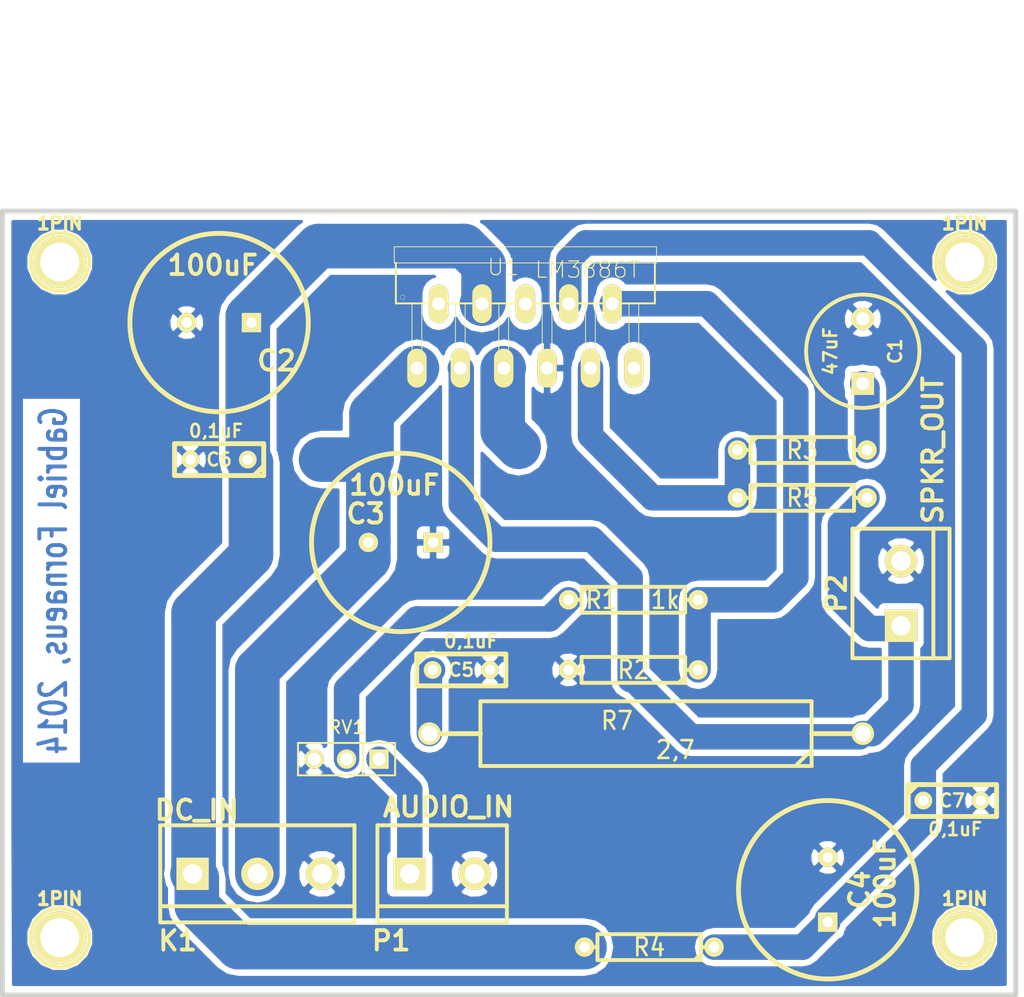
<source format=kicad_pcb>
(kicad_pcb (version 3) (host pcbnew "(2013-may-18)-stable")

  (general
    (links 33)
    (no_connects 1)
    (area 113.740836 18.99666 203.499721 96.691581)
    (thickness 1.6002)
    (drawings 14)
    (tracks 83)
    (zones 0)
    (modules 22)
    (nets 12)
  )

  (page A4)
  (title_block 
    (title "LM3886 amp")
    (rev 2)
    (company "Gabriel Fornaeus")
  )

  (layers
    (15 Front signal)
    (0 Back signal)
    (16 B.Adhes user)
    (17 F.Adhes user)
    (18 B.Paste user)
    (19 F.Paste user)
    (20 B.SilkS user)
    (21 F.SilkS user)
    (22 B.Mask user)
    (23 F.Mask user)
    (24 Dwgs.User user)
    (25 Cmts.User user)
    (26 Eco1.User user)
    (27 Eco2.User user)
    (28 Edge.Cuts user)
  )

  (setup
    (last_trace_width 2)
    (trace_clearance 0.5)
    (zone_clearance 0.508)
    (zone_45_only no)
    (trace_min 0.2032)
    (segment_width 0.381)
    (edge_width 0.381)
    (via_size 0.889)
    (via_drill 0.635)
    (via_min_size 0.889)
    (via_min_drill 0.508)
    (uvia_size 0.508)
    (uvia_drill 0.127)
    (uvias_allowed no)
    (uvia_min_size 0.508)
    (uvia_min_drill 0.127)
    (pcb_text_width 0.3048)
    (pcb_text_size 1.524 2.032)
    (mod_edge_width 0.381)
    (mod_text_size 1.524 1.524)
    (mod_text_width 0.3048)
    (pad_size 1.397 1.397)
    (pad_drill 0.8128)
    (pad_to_mask_clearance 0.254)
    (aux_axis_origin 0 0)
    (visible_elements FFFFFFBF)
    (pcbplotparams
      (layerselection 268468225)
      (usegerberextensions true)
      (excludeedgelayer false)
      (linewidth 0.150000)
      (plotframeref false)
      (viasonmask false)
      (mode 1)
      (useauxorigin false)
      (hpglpennumber 1)
      (hpglpenspeed 20)
      (hpglpendiameter 15)
      (hpglpenoverlay 0)
      (psnegative false)
      (psa4output false)
      (plotreference true)
      (plotvalue true)
      (plotothertext true)
      (plotinvisibletext false)
      (padsonsilk false)
      (subtractmaskfromsilk false)
      (outputformat 1)
      (mirror false)
      (drillshape 1)
      (scaleselection 1)
      (outputdirectory /home/gabriel/Documents/Kretsar/Amplifier/))
  )

  (net 0 "")
  (net 1 GND)
  (net 2 N-0000010)
  (net 3 N-0000011)
  (net 4 N-000003)
  (net 5 N-000004)
  (net 6 N-000005)
  (net 7 N-000006)
  (net 8 N-000007)
  (net 9 N-000008)
  (net 10 VCC)
  (net 11 VEE)

  (net_class Default "This is the default net class."
    (clearance 0.5)
    (trace_width 2)
    (via_dia 0.889)
    (via_drill 0.635)
    (uvia_dia 0.508)
    (uvia_drill 0.127)
    (add_net "")
    (add_net GND)
    (add_net N-0000010)
    (add_net N-0000011)
    (add_net N-000003)
    (add_net N-000004)
    (add_net N-000005)
    (add_net N-000006)
    (add_net N-000007)
    (add_net N-000008)
  )

  (net_class Power ""
    (clearance 0.5)
    (trace_width 3.5)
    (via_dia 0.889)
    (via_drill 0.635)
    (uvia_dia 0.508)
    (uvia_drill 0.127)
    (add_net VCC)
    (add_net VEE)
  )

  (module PIN_ARRAY_3X1 (layer Front) (tedit 53C1C05A) (tstamp 52F0262B)
    (at 150.5 78 180)
    (descr "Connecteur 3 pins")
    (tags "CONN DEV")
    (path /52F02256)
    (fp_text reference RV1 (at 0 2.5 180) (layer F.SilkS)
      (effects (font (size 1.016 1.016) (thickness 0.1524)))
    )
    (fp_text value 10k (at 0 -2.159 180) (layer F.SilkS) hide
      (effects (font (size 1.016 1.016) (thickness 0.1524)))
    )
    (fp_line (start -3.81 1.27) (end -3.81 -1.27) (layer F.SilkS) (width 0.1524))
    (fp_line (start -3.81 -1.27) (end 3.81 -1.27) (layer F.SilkS) (width 0.1524))
    (fp_line (start 3.81 -1.27) (end 3.81 1.27) (layer F.SilkS) (width 0.1524))
    (fp_line (start 3.81 1.27) (end -3.81 1.27) (layer F.SilkS) (width 0.1524))
    (fp_line (start -1.27 -1.27) (end -1.27 1.27) (layer F.SilkS) (width 0.1524))
    (pad 1 thru_hole rect (at -2.54 0 180) (size 1.524 1.524) (drill 1.016)
      (layers *.Cu *.Mask F.SilkS)
      (net 8 N-000007)
    )
    (pad 2 thru_hole circle (at 0 0 180) (size 1.524 1.524) (drill 1.016)
      (layers *.Cu *.Mask F.SilkS)
      (net 7 N-000006)
    )
    (pad 3 thru_hole circle (at 2.54 0 180) (size 1.524 1.524) (drill 1.016)
      (layers *.Cu *.Mask F.SilkS)
      (net 1 GND)
    )
    (model pin_array/pins_array_3x1.wrl
      (at (xyz 0 0 0))
      (scale (xyz 1 1 1))
      (rotate (xyz 0 0 0))
    )
  )

  (module bornier3 (layer Front) (tedit 53C1C8EC) (tstamp 52F02633)
    (at 143.5 87)
    (descr "Bornier d'alimentation 3 pins")
    (tags DEV)
    (path /52F022E0)
    (fp_text reference K1 (at -6.25 5.25) (layer F.SilkS)
      (effects (font (size 1.524 1.524) (thickness 0.3048)))
    )
    (fp_text value DC_IN (at -4.75 -5) (layer F.SilkS)
      (effects (font (size 1.524 1.524) (thickness 0.3048)))
    )
    (fp_line (start -7.62 3.81) (end -7.62 -3.81) (layer F.SilkS) (width 0.3048))
    (fp_line (start 7.62 3.81) (end 7.62 -3.81) (layer F.SilkS) (width 0.3048))
    (fp_line (start -7.62 2.54) (end 7.62 2.54) (layer F.SilkS) (width 0.3048))
    (fp_line (start -7.62 -3.81) (end 7.62 -3.81) (layer F.SilkS) (width 0.3048))
    (fp_line (start -7.62 3.81) (end 7.62 3.81) (layer F.SilkS) (width 0.3048))
    (pad 1 thru_hole rect (at -5.08 0) (size 2.54 2.54) (drill 1.524)
      (layers *.Cu *.Mask F.SilkS)
      (net 11 VEE)
    )
    (pad 2 thru_hole circle (at 0 0) (size 2.54 2.54) (drill 1.524)
      (layers *.Cu *.Mask F.SilkS)
      (net 10 VCC)
    )
    (pad 3 thru_hole circle (at 5.08 0) (size 2.54 2.54) (drill 1.524)
      (layers *.Cu *.Mask F.SilkS)
      (net 1 GND)
    )
    (model device/bornier_3.wrl
      (at (xyz 0 0 0))
      (scale (xyz 1 1 1))
      (rotate (xyz 0 0 0))
    )
  )

  (module bornier2 (layer Front) (tedit 53DB6229) (tstamp 52F02634)
    (at 194.00012 65.00114 90)
    (descr "Bornier d'alimentation 2 pins")
    (tags DEV)
    (path /52F02510)
    (fp_text reference P2 (at 0 -5.08 90) (layer F.SilkS)
      (effects (font (size 1.524 1.524) (thickness 0.3048)))
    )
    (fp_text value SPKR_OUT (at 11.25114 2.49988 90) (layer F.SilkS)
      (effects (font (size 1.524 1.524) (thickness 0.3048)))
    )
    (fp_line (start 5.08 2.54) (end -5.08 2.54) (layer F.SilkS) (width 0.3048))
    (fp_line (start 5.08 3.81) (end 5.08 -3.81) (layer F.SilkS) (width 0.3048))
    (fp_line (start 5.08 -3.81) (end -5.08 -3.81) (layer F.SilkS) (width 0.3048))
    (fp_line (start -5.08 -3.81) (end -5.08 3.81) (layer F.SilkS) (width 0.3048))
    (fp_line (start -5.08 3.81) (end 5.08 3.81) (layer F.SilkS) (width 0.3048))
    (pad 1 thru_hole rect (at -2.54 0 90) (size 2.54 2.54) (drill 1.524)
      (layers *.Cu *.Mask F.SilkS)
      (net 3 N-0000011)
    )
    (pad 2 thru_hole circle (at 2.54 0 90) (size 2.54 2.54) (drill 1.524)
      (layers *.Cu *.Mask F.SilkS)
      (net 1 GND)
    )
    (model device/bornier_2.wrl
      (at (xyz 0 0 0))
      (scale (xyz 1 1 1))
      (rotate (xyz 0 0 0))
    )
  )

  (module bornier2 (layer Front) (tedit 53C1C8E8) (tstamp 52F02636)
    (at 158 87)
    (descr "Bornier d'alimentation 2 pins")
    (tags DEV)
    (path /52F02135)
    (fp_text reference P1 (at -4 5.25) (layer F.SilkS)
      (effects (font (size 1.524 1.524) (thickness 0.3048)))
    )
    (fp_text value AUDIO_IN (at 0.5 -5.25) (layer F.SilkS)
      (effects (font (size 1.524 1.524) (thickness 0.3048)))
    )
    (fp_line (start 5.08 2.54) (end -5.08 2.54) (layer F.SilkS) (width 0.3048))
    (fp_line (start 5.08 3.81) (end 5.08 -3.81) (layer F.SilkS) (width 0.3048))
    (fp_line (start 5.08 -3.81) (end -5.08 -3.81) (layer F.SilkS) (width 0.3048))
    (fp_line (start -5.08 -3.81) (end -5.08 3.81) (layer F.SilkS) (width 0.3048))
    (fp_line (start -5.08 3.81) (end 5.08 3.81) (layer F.SilkS) (width 0.3048))
    (pad 1 thru_hole rect (at -2.54 0) (size 2.54 2.54) (drill 1.524)
      (layers *.Cu *.Mask F.SilkS)
      (net 8 N-000007)
    )
    (pad 2 thru_hole circle (at 2.54 0) (size 2.54 2.54) (drill 1.524)
      (layers *.Cu *.Mask F.SilkS)
      (net 1 GND)
    )
    (model device/bornier_2.wrl
      (at (xyz 0 0 0))
      (scale (xyz 1 1 1))
      (rotate (xyz 0 0 0))
    )
  )

  (module lmopamp-LM3886 (layer Front) (tedit 5394DA8E) (tstamp 5394D85C)
    (at 178.5 50.5)
    (path /52F02245)
    (attr virtual)
    (fp_text reference U1 (at -15.7 -11.1) (layer F.SilkS)
      (effects (font (size 1.27 1.27) (thickness 0.0889)))
    )
    (fp_text value LM3886T (at -9.1 -10.9) (layer F.SilkS)
      (effects (font (size 1.27 1.27) (thickness 0.0889)))
    )
    (fp_line (start -24.257 -11.43) (end -3.683 -11.43) (layer F.SilkS) (width 0.06604))
    (fp_line (start -3.683 -11.43) (end -3.683 -12.7) (layer F.SilkS) (width 0.06604))
    (fp_line (start -24.257 -12.7) (end -3.683 -12.7) (layer F.SilkS) (width 0.06604))
    (fp_line (start -24.257 -11.43) (end -24.257 -12.7) (layer F.SilkS) (width 0.06604))
    (fp_line (start -22.86 -4.445) (end -22.098 -4.445) (layer F.SilkS) (width 0.06604))
    (fp_line (start -22.098 -4.445) (end -22.098 -8.255) (layer F.SilkS) (width 0.06604))
    (fp_line (start -22.86 -8.255) (end -22.098 -8.255) (layer F.SilkS) (width 0.06604))
    (fp_line (start -22.86 -4.445) (end -22.86 -8.255) (layer F.SilkS) (width 0.06604))
    (fp_line (start -19.4564 -4.445) (end -18.6944 -4.445) (layer F.SilkS) (width 0.06604))
    (fp_line (start -18.6944 -4.445) (end -18.6944 -8.255) (layer F.SilkS) (width 0.06604))
    (fp_line (start -19.4564 -8.255) (end -18.6944 -8.255) (layer F.SilkS) (width 0.06604))
    (fp_line (start -19.4564 -4.445) (end -19.4564 -8.255) (layer F.SilkS) (width 0.06604))
    (fp_line (start -16.0528 -4.445) (end -15.2908 -4.445) (layer F.SilkS) (width 0.06604))
    (fp_line (start -15.2908 -4.445) (end -15.2908 -8.255) (layer F.SilkS) (width 0.06604))
    (fp_line (start -16.0528 -8.255) (end -15.2908 -8.255) (layer F.SilkS) (width 0.06604))
    (fp_line (start -16.0528 -4.445) (end -16.0528 -8.255) (layer F.SilkS) (width 0.06604))
    (fp_line (start -12.6492 -4.445) (end -11.8872 -4.445) (layer F.SilkS) (width 0.06604))
    (fp_line (start -11.8872 -4.445) (end -11.8872 -8.255) (layer F.SilkS) (width 0.06604))
    (fp_line (start -12.6492 -8.255) (end -11.8872 -8.255) (layer F.SilkS) (width 0.06604))
    (fp_line (start -12.6492 -4.445) (end -12.6492 -8.255) (layer F.SilkS) (width 0.06604))
    (fp_line (start -9.2456 -4.445) (end -8.4836 -4.445) (layer F.SilkS) (width 0.06604))
    (fp_line (start -8.4836 -4.445) (end -8.4836 -8.255) (layer F.SilkS) (width 0.06604))
    (fp_line (start -9.2456 -8.255) (end -8.4836 -8.255) (layer F.SilkS) (width 0.06604))
    (fp_line (start -9.2456 -4.445) (end -9.2456 -8.255) (layer F.SilkS) (width 0.06604))
    (fp_line (start -5.842 -4.445) (end -5.08 -4.445) (layer F.SilkS) (width 0.06604))
    (fp_line (start -5.08 -4.445) (end -5.08 -8.255) (layer F.SilkS) (width 0.06604))
    (fp_line (start -5.842 -8.255) (end -5.08 -8.255) (layer F.SilkS) (width 0.06604))
    (fp_line (start -5.842 -4.445) (end -5.842 -8.255) (layer F.SilkS) (width 0.06604))
    (fp_line (start -5.842 -3.048) (end -5.08 -3.048) (layer F.SilkS) (width 0.06604))
    (fp_line (start -5.08 -3.048) (end -5.08 -4.445) (layer F.SilkS) (width 0.06604))
    (fp_line (start -5.842 -4.445) (end -5.08 -4.445) (layer F.SilkS) (width 0.06604))
    (fp_line (start -5.842 -3.048) (end -5.842 -4.445) (layer F.SilkS) (width 0.06604))
    (fp_line (start -9.2456 -3.048) (end -8.4836 -3.048) (layer F.SilkS) (width 0.06604))
    (fp_line (start -8.4836 -3.048) (end -8.4836 -4.445) (layer F.SilkS) (width 0.06604))
    (fp_line (start -9.2456 -4.445) (end -8.4836 -4.445) (layer F.SilkS) (width 0.06604))
    (fp_line (start -9.2456 -3.048) (end -9.2456 -4.445) (layer F.SilkS) (width 0.06604))
    (fp_line (start -12.6492 -3.048) (end -11.8872 -3.048) (layer F.SilkS) (width 0.06604))
    (fp_line (start -11.8872 -3.048) (end -11.8872 -4.445) (layer F.SilkS) (width 0.06604))
    (fp_line (start -12.6492 -4.445) (end -11.8872 -4.445) (layer F.SilkS) (width 0.06604))
    (fp_line (start -12.6492 -3.048) (end -12.6492 -4.445) (layer F.SilkS) (width 0.06604))
    (fp_line (start -16.0528 -3.048) (end -15.2908 -3.048) (layer F.SilkS) (width 0.06604))
    (fp_line (start -15.2908 -3.048) (end -15.2908 -4.445) (layer F.SilkS) (width 0.06604))
    (fp_line (start -16.0528 -4.445) (end -15.2908 -4.445) (layer F.SilkS) (width 0.06604))
    (fp_line (start -16.0528 -3.048) (end -16.0528 -4.445) (layer F.SilkS) (width 0.06604))
    (fp_line (start -19.4564 -3.048) (end -18.6944 -3.048) (layer F.SilkS) (width 0.06604))
    (fp_line (start -18.6944 -3.048) (end -18.6944 -4.445) (layer F.SilkS) (width 0.06604))
    (fp_line (start -19.4564 -4.445) (end -18.6944 -4.445) (layer F.SilkS) (width 0.06604))
    (fp_line (start -19.4564 -3.048) (end -19.4564 -4.445) (layer F.SilkS) (width 0.06604))
    (fp_line (start -22.86 -3.048) (end -22.098 -3.048) (layer F.SilkS) (width 0.06604))
    (fp_line (start -22.098 -3.048) (end -22.098 -4.445) (layer F.SilkS) (width 0.06604))
    (fp_line (start -22.86 -4.445) (end -22.098 -4.445) (layer F.SilkS) (width 0.06604))
    (fp_line (start -22.86 -3.048) (end -22.86 -4.445) (layer F.SilkS) (width 0.06604))
    (fp_line (start -9.3218 -8.255) (end -8.4074 -8.255) (layer F.SilkS) (width 0.1524))
    (fp_line (start -12.7254 -8.255) (end -11.811 -8.255) (layer F.SilkS) (width 0.1524))
    (fp_line (start -16.129 -8.255) (end -15.2146 -8.255) (layer F.SilkS) (width 0.1524))
    (fp_line (start -19.5326 -8.255) (end -18.6182 -8.255) (layer F.SilkS) (width 0.1524))
    (fp_line (start -3.81 -11.43) (end -3.81 -8.255) (layer F.SilkS) (width 0.1524))
    (fp_line (start -24.13 -11.43) (end -24.13 -8.255) (layer F.SilkS) (width 0.1524))
    (fp_line (start -5.9182 -8.255) (end -3.81 -8.255) (layer F.SilkS) (width 0.1524))
    (fp_line (start -22.0218 -8.255) (end -24.13 -8.255) (layer F.SilkS) (width 0.1524))
    (fp_line (start -22.0218 -8.255) (end -19.5326 -8.255) (layer F.SilkS) (width 0.1524))
    (fp_line (start -18.6182 -8.255) (end -16.129 -8.255) (layer F.SilkS) (width 0.1524))
    (fp_line (start -15.2146 -8.255) (end -12.7254 -8.255) (layer F.SilkS) (width 0.1524))
    (fp_line (start -9.3218 -8.255) (end -11.811 -8.255) (layer F.SilkS) (width 0.1524))
    (fp_line (start -5.9182 -8.255) (end -8.4074 -8.255) (layer F.SilkS) (width 0.1524))
    (fp_circle (center -23.5966 -8.73506) (end -23.7236 -8.86206) (layer F.SilkS) (width 0.0254))
    (pad 1 thru_hole oval (at -22.479 -3.175) (size 1.524 3.048) (drill 1.016)
      (layers *.Cu F.Paste F.SilkS F.Mask)
      (net 10 VCC)
    )
    (pad 2 thru_hole oval (at -20.77466 -8.2296) (size 1.524 3.048) (drill 1.016)
      (layers *.Cu F.Paste F.SilkS F.Mask)
    )
    (pad 3 thru_hole oval (at -19.0754 -3.175) (size 1.524 3.048) (drill 1.016)
      (layers *.Cu F.Paste F.SilkS F.Mask)
      (net 3 N-0000011)
    )
    (pad 4 thru_hole oval (at -17.3736 -8.2296) (size 1.524 3.048) (drill 1.016)
      (layers *.Cu F.Paste F.SilkS F.Mask)
      (net 11 VEE)
    )
    (pad 5 thru_hole oval (at -15.6718 -3.175) (size 1.524 3.048) (drill 1.016)
      (layers *.Cu F.Paste F.SilkS F.Mask)
      (net 10 VCC)
    )
    (pad 6 thru_hole oval (at -13.97 -8.2296) (size 1.524 3.048) (drill 1.016)
      (layers *.Cu F.Paste F.SilkS F.Mask)
    )
    (pad 7 thru_hole oval (at -12.2682 -3.175) (size 1.524 3.048) (drill 1.016)
      (layers *.Cu F.Paste F.SilkS F.Mask)
      (net 1 GND)
    )
    (pad 8 thru_hole oval (at -10.5664 -8.2296) (size 1.524 3.048) (drill 1.016)
      (layers *.Cu F.Paste F.SilkS F.Mask)
      (net 6 N-000005)
    )
    (pad 9 thru_hole oval (at -8.86206 -3.175) (size 1.524 3.048) (drill 1.016)
      (layers *.Cu F.Paste F.SilkS F.Mask)
      (net 9 N-000008)
    )
    (pad 10 thru_hole oval (at -7.16026 -8.2296) (size 1.524 3.048) (drill 1.016)
      (layers *.Cu F.Paste F.SilkS F.Mask)
      (net 4 N-000003)
    )
    (pad 11 thru_hole oval (at -5.461 -3.175) (size 1.524 3.048) (drill 1.016)
      (layers *.Cu F.Paste F.SilkS F.Mask)
    )
    (model discret/multiwatt/multiwatt11.wrl
      (at (xyz -0.55 0.32 0.025))
      (scale (xyz 1 1 1))
      (rotate (xyz 0 0 0))
    )
  )

  (module R4 (layer Front) (tedit 53A38442) (tstamp 52F0262A)
    (at 173 65.5)
    (descr "Resitance 4 pas")
    (tags R)
    (path /52F02267)
    (autoplace_cost180 10)
    (fp_text reference R1 (at -2.50118 -0.00062) (layer F.SilkS)
      (effects (font (size 1.397 1.27) (thickness 0.2032)))
    )
    (fp_text value 1k (at 2.49882 -0.00062) (layer F.SilkS)
      (effects (font (size 1.397 1.27) (thickness 0.2032)))
    )
    (fp_line (start -5.08 0) (end -4.064 0) (layer F.SilkS) (width 0.3048))
    (fp_line (start -4.064 0) (end -4.064 -1.016) (layer F.SilkS) (width 0.3048))
    (fp_line (start -4.064 -1.016) (end 4.064 -1.016) (layer F.SilkS) (width 0.3048))
    (fp_line (start 4.064 -1.016) (end 4.064 1.016) (layer F.SilkS) (width 0.3048))
    (fp_line (start 4.064 1.016) (end -4.064 1.016) (layer F.SilkS) (width 0.3048))
    (fp_line (start -4.064 1.016) (end -4.064 0) (layer F.SilkS) (width 0.3048))
    (fp_line (start -4.064 -0.508) (end -3.556 -1.016) (layer F.SilkS) (width 0.3048))
    (fp_line (start 5.08 0) (end 4.064 0) (layer F.SilkS) (width 0.3048))
    (pad 1 thru_hole circle (at -5.08 0) (size 1.524 1.524) (drill 0.8128)
      (layers *.Cu *.Mask F.SilkS)
      (net 7 N-000006)
    )
    (pad 2 thru_hole circle (at 5.08 0) (size 1.524 1.524) (drill 0.8128)
      (layers *.Cu *.Mask F.SilkS)
      (net 4 N-000003)
    )
    (model discret/resistor.wrl
      (at (xyz 0 0 0))
      (scale (xyz 0.4 0.4 0.4))
      (rotate (xyz 0 0 0))
    )
  )

  (module R4 (layer Front) (tedit 200000) (tstamp 52F02622)
    (at 186.25 57.5)
    (descr "Resitance 4 pas")
    (tags R)
    (path /52F0251F)
    (autoplace_cost180 10)
    (fp_text reference R5 (at 0 0) (layer F.SilkS)
      (effects (font (size 1.397 1.27) (thickness 0.2032)))
    )
    (fp_text value 22k (at 0 0) (layer F.SilkS) hide
      (effects (font (size 1.397 1.27) (thickness 0.2032)))
    )
    (fp_line (start -5.08 0) (end -4.064 0) (layer F.SilkS) (width 0.3048))
    (fp_line (start -4.064 0) (end -4.064 -1.016) (layer F.SilkS) (width 0.3048))
    (fp_line (start -4.064 -1.016) (end 4.064 -1.016) (layer F.SilkS) (width 0.3048))
    (fp_line (start 4.064 -1.016) (end 4.064 1.016) (layer F.SilkS) (width 0.3048))
    (fp_line (start 4.064 1.016) (end -4.064 1.016) (layer F.SilkS) (width 0.3048))
    (fp_line (start -4.064 1.016) (end -4.064 0) (layer F.SilkS) (width 0.3048))
    (fp_line (start -4.064 -0.508) (end -3.556 -1.016) (layer F.SilkS) (width 0.3048))
    (fp_line (start 5.08 0) (end 4.064 0) (layer F.SilkS) (width 0.3048))
    (pad 1 thru_hole circle (at -5.08 0) (size 1.524 1.524) (drill 0.8128)
      (layers *.Cu *.Mask F.SilkS)
      (net 9 N-000008)
    )
    (pad 2 thru_hole circle (at 5.08 0) (size 1.524 1.524) (drill 0.8128)
      (layers *.Cu *.Mask F.SilkS)
      (net 3 N-0000011)
    )
    (model discret/resistor.wrl
      (at (xyz 0 0 0))
      (scale (xyz 0.4 0.4 0.4))
      (rotate (xyz 0 0 0))
    )
  )

  (module R4 (layer Front) (tedit 200000) (tstamp 52F02624)
    (at 174.25 92.75 180)
    (descr "Resitance 4 pas")
    (tags R)
    (path /52F024C3)
    (autoplace_cost180 10)
    (fp_text reference R4 (at 0 0 180) (layer F.SilkS)
      (effects (font (size 1.397 1.27) (thickness 0.2032)))
    )
    (fp_text value 10k (at 0 0 180) (layer F.SilkS) hide
      (effects (font (size 1.397 1.27) (thickness 0.2032)))
    )
    (fp_line (start -5.08 0) (end -4.064 0) (layer F.SilkS) (width 0.3048))
    (fp_line (start -4.064 0) (end -4.064 -1.016) (layer F.SilkS) (width 0.3048))
    (fp_line (start -4.064 -1.016) (end 4.064 -1.016) (layer F.SilkS) (width 0.3048))
    (fp_line (start 4.064 -1.016) (end 4.064 1.016) (layer F.SilkS) (width 0.3048))
    (fp_line (start 4.064 1.016) (end -4.064 1.016) (layer F.SilkS) (width 0.3048))
    (fp_line (start -4.064 1.016) (end -4.064 0) (layer F.SilkS) (width 0.3048))
    (fp_line (start -4.064 -0.508) (end -3.556 -1.016) (layer F.SilkS) (width 0.3048))
    (fp_line (start 5.08 0) (end 4.064 0) (layer F.SilkS) (width 0.3048))
    (pad 1 thru_hole circle (at -5.08 0 180) (size 1.524 1.524) (drill 0.8128)
      (layers *.Cu *.Mask F.SilkS)
      (net 6 N-000005)
    )
    (pad 2 thru_hole circle (at 5.08 0 180) (size 1.524 1.524) (drill 0.8128)
      (layers *.Cu *.Mask F.SilkS)
      (net 11 VEE)
    )
    (model discret/resistor.wrl
      (at (xyz 0 0 0))
      (scale (xyz 0.4 0.4 0.4))
      (rotate (xyz 0 0 0))
    )
  )

  (module R4 (layer Front) (tedit 200000) (tstamp 52F02626)
    (at 186.25 53.75)
    (descr "Resitance 4 pas")
    (tags R)
    (path /52F02390)
    (autoplace_cost180 10)
    (fp_text reference R3 (at 0 0) (layer F.SilkS)
      (effects (font (size 1.397 1.27) (thickness 0.2032)))
    )
    (fp_text value 680 (at 0 0) (layer F.SilkS) hide
      (effects (font (size 1.397 1.27) (thickness 0.2032)))
    )
    (fp_line (start -5.08 0) (end -4.064 0) (layer F.SilkS) (width 0.3048))
    (fp_line (start -4.064 0) (end -4.064 -1.016) (layer F.SilkS) (width 0.3048))
    (fp_line (start -4.064 -1.016) (end 4.064 -1.016) (layer F.SilkS) (width 0.3048))
    (fp_line (start 4.064 -1.016) (end 4.064 1.016) (layer F.SilkS) (width 0.3048))
    (fp_line (start 4.064 1.016) (end -4.064 1.016) (layer F.SilkS) (width 0.3048))
    (fp_line (start -4.064 1.016) (end -4.064 0) (layer F.SilkS) (width 0.3048))
    (fp_line (start -4.064 -0.508) (end -3.556 -1.016) (layer F.SilkS) (width 0.3048))
    (fp_line (start 5.08 0) (end 4.064 0) (layer F.SilkS) (width 0.3048))
    (pad 1 thru_hole circle (at -5.08 0) (size 1.524 1.524) (drill 0.8128)
      (layers *.Cu *.Mask F.SilkS)
      (net 9 N-000008)
    )
    (pad 2 thru_hole circle (at 5.08 0) (size 1.524 1.524) (drill 0.8128)
      (layers *.Cu *.Mask F.SilkS)
      (net 5 N-000004)
    )
    (model discret/resistor.wrl
      (at (xyz 0 0 0))
      (scale (xyz 0.4 0.4 0.4))
      (rotate (xyz 0 0 0))
    )
  )

  (module R4 (layer Front) (tedit 200000) (tstamp 52F02628)
    (at 173 71 180)
    (descr "Resitance 4 pas")
    (tags R)
    (path /52F02296)
    (autoplace_cost180 10)
    (fp_text reference R2 (at 0 0 180) (layer F.SilkS)
      (effects (font (size 1.397 1.27) (thickness 0.2032)))
    )
    (fp_text value 22k (at 0 0 180) (layer F.SilkS) hide
      (effects (font (size 1.397 1.27) (thickness 0.2032)))
    )
    (fp_line (start -5.08 0) (end -4.064 0) (layer F.SilkS) (width 0.3048))
    (fp_line (start -4.064 0) (end -4.064 -1.016) (layer F.SilkS) (width 0.3048))
    (fp_line (start -4.064 -1.016) (end 4.064 -1.016) (layer F.SilkS) (width 0.3048))
    (fp_line (start 4.064 -1.016) (end 4.064 1.016) (layer F.SilkS) (width 0.3048))
    (fp_line (start 4.064 1.016) (end -4.064 1.016) (layer F.SilkS) (width 0.3048))
    (fp_line (start -4.064 1.016) (end -4.064 0) (layer F.SilkS) (width 0.3048))
    (fp_line (start -4.064 -0.508) (end -3.556 -1.016) (layer F.SilkS) (width 0.3048))
    (fp_line (start 5.08 0) (end 4.064 0) (layer F.SilkS) (width 0.3048))
    (pad 1 thru_hole circle (at -5.08 0 180) (size 1.524 1.524) (drill 0.8128)
      (layers *.Cu *.Mask F.SilkS)
      (net 4 N-000003)
    )
    (pad 2 thru_hole circle (at 5.08 0 180) (size 1.524 1.524) (drill 0.8128)
      (layers *.Cu *.Mask F.SilkS)
      (net 1 GND)
    )
    (model discret/resistor.wrl
      (at (xyz 0 0 0))
      (scale (xyz 0.4 0.4 0.4))
      (rotate (xyz 0 0 0))
    )
  )

  (module C3 (layer Front) (tedit 53C1BCBE) (tstamp 53A38286)
    (at 198 81.25)
    (descr "Condensateur = 2 pas")
    (tags C)
    (path /53A381BC)
    (fp_text reference C7 (at 0 0) (layer F.SilkS)
      (effects (font (size 1.016 1.016) (thickness 0.2032)))
    )
    (fp_text value 0,1uF (at 0.25 2.25) (layer F.SilkS)
      (effects (font (size 1.016 1.016) (thickness 0.2032)))
    )
    (fp_line (start 3.5 -1.25) (end 3.25 -1.25) (layer F.SilkS) (width 0.381))
    (fp_line (start 3.25 1.25) (end 3.5 1.25) (layer F.SilkS) (width 0.381))
    (fp_line (start 3.5 1.25) (end 3.5 -1.25) (layer F.SilkS) (width 0.381))
    (fp_line (start -3.5 1.25) (end -3.5 1) (layer F.SilkS) (width 0.381))
    (fp_line (start -3.5 1.25) (end 3.25 1.25) (layer F.SilkS) (width 0.381))
    (fp_line (start -3.25 -0.75) (end -3.5 -0.5) (layer F.SilkS) (width 0.381))
    (fp_line (start -3.25 -0.75) (end -2.75 -1.25) (layer F.SilkS) (width 0.381))
    (fp_line (start -2.75 -1.25) (end 3.25 -1.25) (layer F.SilkS) (width 0.381))
    (fp_line (start -3.5 1) (end -3.5 -1.25) (layer F.SilkS) (width 0.381))
    (fp_line (start -3.5 -1.25) (end -2.25 -1.25) (layer F.SilkS) (width 0.381))
    (pad 1 thru_hole circle (at -2.25 0) (size 1.397 1.397) (drill 0.8128)
      (layers *.Cu *.Mask F.SilkS)
      (net 6 N-000005)
    )
    (pad 2 thru_hole circle (at 2.25 0) (size 1.397 1.397) (drill 0.8128)
      (layers *.Cu *.Mask F.SilkS)
      (net 1 GND)
    )
    (model discret/capa_2pas_5x5mm.wrl
      (at (xyz 0 0 0))
      (scale (xyz 0.9 1 1))
      (rotate (xyz 0 0 0))
    )
  )

  (module C3 (layer Front) (tedit 53C1BCBE) (tstamp 53A38291)
    (at 140.5 54.5 180)
    (descr "Condensateur = 2 pas")
    (tags C)
    (path /53A3822B)
    (fp_text reference C6 (at 0 0 180) (layer F.SilkS)
      (effects (font (size 1.016 1.016) (thickness 0.2032)))
    )
    (fp_text value 0,1uF (at 0.25 2.25 180) (layer F.SilkS)
      (effects (font (size 1.016 1.016) (thickness 0.2032)))
    )
    (fp_line (start 3.5 -1.25) (end 3.25 -1.25) (layer F.SilkS) (width 0.381))
    (fp_line (start 3.25 1.25) (end 3.5 1.25) (layer F.SilkS) (width 0.381))
    (fp_line (start 3.5 1.25) (end 3.5 -1.25) (layer F.SilkS) (width 0.381))
    (fp_line (start -3.5 1.25) (end -3.5 1) (layer F.SilkS) (width 0.381))
    (fp_line (start -3.5 1.25) (end 3.25 1.25) (layer F.SilkS) (width 0.381))
    (fp_line (start -3.25 -0.75) (end -3.5 -0.5) (layer F.SilkS) (width 0.381))
    (fp_line (start -3.25 -0.75) (end -2.75 -1.25) (layer F.SilkS) (width 0.381))
    (fp_line (start -2.75 -1.25) (end 3.25 -1.25) (layer F.SilkS) (width 0.381))
    (fp_line (start -3.5 1) (end -3.5 -1.25) (layer F.SilkS) (width 0.381))
    (fp_line (start -3.5 -1.25) (end -2.25 -1.25) (layer F.SilkS) (width 0.381))
    (pad 1 thru_hole circle (at -2.25 0 180) (size 1.397 1.397) (drill 0.8128)
      (layers *.Cu *.Mask F.SilkS)
      (net 11 VEE)
    )
    (pad 2 thru_hole circle (at 2.25 0 180) (size 1.397 1.397) (drill 0.8128)
      (layers *.Cu *.Mask F.SilkS)
      (net 1 GND)
    )
    (model discret/capa_2pas_5x5mm.wrl
      (at (xyz 0 0 0))
      (scale (xyz 0.9 1 1))
      (rotate (xyz 0 0 0))
    )
  )

  (module C3 (layer Front) (tedit 53C1C8B3) (tstamp 52F02632)
    (at 159.5 71)
    (descr "Condensateur = 2 pas")
    (tags C)
    (path /52F0254D)
    (fp_text reference C5 (at 0 0) (layer F.SilkS)
      (effects (font (size 1.016 1.016) (thickness 0.2032)))
    )
    (fp_text value 0,1uF (at 0.75 -2.25) (layer F.SilkS)
      (effects (font (size 1.016 1.016) (thickness 0.2032)))
    )
    (fp_line (start 3.5 -1.25) (end 3.25 -1.25) (layer F.SilkS) (width 0.381))
    (fp_line (start 3.25 1.25) (end 3.5 1.25) (layer F.SilkS) (width 0.381))
    (fp_line (start 3.5 1.25) (end 3.5 -1.25) (layer F.SilkS) (width 0.381))
    (fp_line (start -3.5 1.25) (end -3.5 1) (layer F.SilkS) (width 0.381))
    (fp_line (start -3.5 1.25) (end 3.25 1.25) (layer F.SilkS) (width 0.381))
    (fp_line (start -3.25 -0.75) (end -3.5 -0.5) (layer F.SilkS) (width 0.381))
    (fp_line (start -3.25 -0.75) (end -2.75 -1.25) (layer F.SilkS) (width 0.381))
    (fp_line (start -2.75 -1.25) (end 3.25 -1.25) (layer F.SilkS) (width 0.381))
    (fp_line (start -3.5 1) (end -3.5 -1.25) (layer F.SilkS) (width 0.381))
    (fp_line (start -3.5 -1.25) (end -2.25 -1.25) (layer F.SilkS) (width 0.381))
    (pad 1 thru_hole circle (at -2.25 0) (size 1.397 1.397) (drill 0.8128)
      (layers *.Cu *.Mask F.SilkS)
      (net 2 N-0000010)
    )
    (pad 2 thru_hole circle (at 2.25 0) (size 1.397 1.397) (drill 0.8128)
      (layers *.Cu *.Mask F.SilkS)
      (net 1 GND)
    )
    (model discret/capa_2pas_5x5mm.wrl
      (at (xyz 0 0 0))
      (scale (xyz 0.9 1 1))
      (rotate (xyz 0 0 0))
    )
  )

  (module R8 (layer Front) (tedit 53C1B778) (tstamp 52F0261F)
    (at 174 76 180)
    (descr 6W)
    (tags R)
    (path /52F02540)
    (autoplace_cost180 10)
    (fp_text reference R7 (at 2.286 1.016 180) (layer F.SilkS)
      (effects (font (size 1.397 1.27) (thickness 0.2032)))
    )
    (fp_text value 2,7 (at -2.286 -1.27 180) (layer F.SilkS)
      (effects (font (size 1.397 1.27) (thickness 0.2032)))
    )
    (fp_line (start -13 0) (end -17 0) (layer F.SilkS) (width 0.381))
    (fp_line (start 13 0) (end 17 0) (layer F.SilkS) (width 0.381))
    (fp_line (start -13 2.54) (end 13 2.54) (layer F.SilkS) (width 0.3048))
    (fp_line (start -13 -2.54) (end 13 -2.54) (layer F.SilkS) (width 0.3048))
    (fp_line (start -12.985 -1.27) (end -11.715 -2.54) (layer F.SilkS) (width 0.3048))
    (fp_line (start 13 -2.54) (end 13 2.54) (layer F.SilkS) (width 0.3048))
    (fp_line (start -12.985 -2.54) (end -12.985 2.54) (layer F.SilkS) (width 0.3048))
    (pad 1 thru_hole circle (at -17 0 180) (size 1.778 1.778) (drill 1.27)
      (layers *.Cu *.Mask F.SilkS)
      (net 3 N-0000011)
    )
    (pad 2 thru_hole circle (at 17 0 180) (size 1.778 1.778) (drill 1.27)
      (layers *.Cu *.Mask F.SilkS)
      (net 2 N-0000010)
    )
    (model discret/resistor2.wrl
      (at (xyz 0 0 0))
      (scale (xyz 1.35 1 1))
      (rotate (xyz 0 0 0))
    )
  )

  (module CP (layer Front) (tedit 53C1BB61) (tstamp 52F0262C)
    (at 140.5 43.75 180)
    (descr "CP V")
    (tags "C CP")
    (path /52F023C4)
    (fp_text reference C2 (at -4.5 -3 180) (layer F.SilkS)
      (effects (font (size 1.524 1.524) (thickness 0.3048)))
    )
    (fp_text value 100uF (at 0.5 4.5 180) (layer F.SilkS)
      (effects (font (size 1.524 1.524) (thickness 0.3048)))
    )
    (fp_circle (center 0 0) (end 7 0) (layer F.SilkS) (width 0.381))
    (pad 1 thru_hole circle (at 2.54 0 180) (size 1.524 1.524) (drill 0.8128)
      (layers *.Cu *.Mask F.SilkS)
      (net 1 GND)
    )
    (pad 2 thru_hole rect (at -2.54 0 180) (size 1.524 1.524) (drill 0.8128)
      (layers *.Cu *.Mask F.SilkS)
      (net 11 VEE)
    )
    (model discret/capacitor/electrolytic/c_vert_c2v10.wrl
      (at (xyz 0 0 0))
      (scale (xyz 1 1 1))
      (rotate (xyz 0 0 0))
    )
  )

  (module CP (layer Front) (tedit 53C1C8BA) (tstamp 52F02631)
    (at 154.75 61 180)
    (descr "CP V")
    (tags "C CP")
    (path /52F02338)
    (fp_text reference C3 (at 2.75 2.25 180) (layer F.SilkS)
      (effects (font (size 1.524 1.524) (thickness 0.3048)))
    )
    (fp_text value 100uF (at 0.5 4.5 180) (layer F.SilkS)
      (effects (font (size 1.524 1.524) (thickness 0.3048)))
    )
    (fp_circle (center 0 0) (end 7 0) (layer F.SilkS) (width 0.381))
    (pad 1 thru_hole circle (at 2.54 0 180) (size 1.524 1.524) (drill 0.8128)
      (layers *.Cu *.Mask F.SilkS)
      (net 10 VCC)
    )
    (pad 2 thru_hole rect (at -2.54 0 180) (size 1.524 1.524) (drill 0.8128)
      (layers *.Cu *.Mask F.SilkS)
      (net 1 GND)
    )
    (model discret/capacitor/electrolytic/c_vert_c2v10.wrl
      (at (xyz 0 0 0))
      (scale (xyz 1 1 1))
      (rotate (xyz 0 0 0))
    )
  )

  (module CP (layer Front) (tedit 53C1C8BF) (tstamp 52F0262F)
    (at 188.25 88.25 90)
    (descr "CP V")
    (tags "C CP")
    (path /52F024E5)
    (fp_text reference C4 (at 0 2.5 90) (layer F.SilkS)
      (effects (font (size 1.524 1.524) (thickness 0.3048)))
    )
    (fp_text value 100uF (at 0.5 4.5 90) (layer F.SilkS)
      (effects (font (size 1.524 1.524) (thickness 0.3048)))
    )
    (fp_circle (center 0 0) (end 7 0) (layer F.SilkS) (width 0.381))
    (pad 1 thru_hole circle (at 2.54 0 90) (size 1.524 1.524) (drill 0.8128)
      (layers *.Cu *.Mask F.SilkS)
      (net 1 GND)
    )
    (pad 2 thru_hole rect (at -2.54 0 90) (size 1.524 1.524) (drill 0.8128)
      (layers *.Cu *.Mask F.SilkS)
      (net 6 N-000005)
    )
    (model discret/capacitor/electrolytic/c_vert_c2v10.wrl
      (at (xyz 0 0 0))
      (scale (xyz 1 1 1))
      (rotate (xyz 0 0 0))
    )
  )

  (module 1pin (layer Front) (tedit 200000) (tstamp 53C1C234)
    (at 128 39)
    (descr "module 1 pin (ou trou mecanique de percage)")
    (tags DEV)
    (path 1pin)
    (fp_text reference 1PIN (at 0 -3.048) (layer F.SilkS)
      (effects (font (size 1.016 1.016) (thickness 0.254)))
    )
    (fp_text value P*** (at 0 2.794) (layer F.SilkS) hide
      (effects (font (size 1.016 1.016) (thickness 0.254)))
    )
    (fp_circle (center 0 0) (end 0 -2.286) (layer F.SilkS) (width 0.381))
    (pad 1 thru_hole circle (at 0 0) (size 4.064 4.064) (drill 3.048)
      (layers *.Cu *.Mask F.SilkS)
    )
  )

  (module 1pin (layer Front) (tedit 200000) (tstamp 53C1C24D)
    (at 128 92)
    (descr "module 1 pin (ou trou mecanique de percage)")
    (tags DEV)
    (path 1pin)
    (fp_text reference 1PIN (at 0 -3.048) (layer F.SilkS)
      (effects (font (size 1.016 1.016) (thickness 0.254)))
    )
    (fp_text value P*** (at 0 2.794) (layer F.SilkS) hide
      (effects (font (size 1.016 1.016) (thickness 0.254)))
    )
    (fp_circle (center 0 0) (end 0 -2.286) (layer F.SilkS) (width 0.381))
    (pad 1 thru_hole circle (at 0 0) (size 4.064 4.064) (drill 3.048)
      (layers *.Cu *.Mask F.SilkS)
    )
  )

  (module 1pin (layer Front) (tedit 200000) (tstamp 53C1C258)
    (at 199 92)
    (descr "module 1 pin (ou trou mecanique de percage)")
    (tags DEV)
    (path 1pin)
    (fp_text reference 1PIN (at 0 -3.048) (layer F.SilkS)
      (effects (font (size 1.016 1.016) (thickness 0.254)))
    )
    (fp_text value P*** (at 0 2.794) (layer F.SilkS) hide
      (effects (font (size 1.016 1.016) (thickness 0.254)))
    )
    (fp_circle (center 0 0) (end 0 -2.286) (layer F.SilkS) (width 0.381))
    (pad 1 thru_hole circle (at 0 0) (size 4.064 4.064) (drill 3.048)
      (layers *.Cu *.Mask F.SilkS)
    )
  )

  (module 1pin (layer Front) (tedit 200000) (tstamp 53C1C2E5)
    (at 199 39)
    (descr "module 1 pin (ou trou mecanique de percage)")
    (tags DEV)
    (path 1pin)
    (fp_text reference 1PIN (at 0 -3.048) (layer F.SilkS)
      (effects (font (size 1.016 1.016) (thickness 0.254)))
    )
    (fp_text value P*** (at 0 2.794) (layer F.SilkS) hide
      (effects (font (size 1.016 1.016) (thickness 0.254)))
    )
    (fp_circle (center 0 0) (end 0 -2.286) (layer F.SilkS) (width 0.381))
    (pad 1 thru_hole circle (at 0 0) (size 4.064 4.064) (drill 3.048)
      (layers *.Cu *.Mask F.SilkS)
    )
  )

  (module C2V8 (layer Front) (tedit 46544AA3) (tstamp 53C1B308)
    (at 191 46 90)
    (descr "Condensateur polarise")
    (tags CP)
    (path /53A38115)
    (fp_text reference C1 (at 0 2.54 90) (layer F.SilkS)
      (effects (font (size 1.016 1.016) (thickness 0.2032)))
    )
    (fp_text value 47uF (at 0 -2.54 90) (layer F.SilkS)
      (effects (font (size 1.016 1.016) (thickness 0.2032)))
    )
    (fp_circle (center 0 0) (end -4.445 0) (layer F.SilkS) (width 0.3048))
    (pad 1 thru_hole rect (at -2.54 0 90) (size 1.778 1.778) (drill 1.016)
      (layers *.Cu *.Mask F.SilkS)
      (net 5 N-000004)
    )
    (pad 2 thru_hole circle (at 2.54 0 90) (size 1.778 1.778) (drill 1.016)
      (layers *.Cu *.Mask F.SilkS)
      (net 1 GND)
    )
    (model discret/c_vert_c2v8.wrl
      (at (xyz 0 0 0))
      (scale (xyz 1 1 1))
      (rotate (xyz 0 0 0))
    )
  )

  (gr_line (start 123.5 95) (end 123.5 96.5) (angle 90) (layer Edge.Cuts) (width 0.381))
  (gr_line (start 203 95) (end 203 96.5) (angle 90) (layer Edge.Cuts) (width 0.381))
  (gr_line (start 123.49988 94.5007) (end 123.49988 95.00108) (angle 90) (layer Edge.Cuts) (width 0.381))
  (gr_line (start 202.99934 94.5007) (end 202.99934 95.00108) (angle 90) (layer Edge.Cuts) (width 0.381))
  (gr_line (start 202.99934 94.5007) (end 202.99934 93.49994) (angle 90) (layer Edge.Cuts) (width 0.381))
  (gr_line (start 123.49988 94.5007) (end 123.49988 93.49994) (angle 90) (layer Edge.Cuts) (width 0.381))
  (dimension 79.99984 (width 0.3048) (layer Dwgs.User)
    (gr_text "80,000 mm" (at 163.4998 20.87626) (layer Dwgs.User)
      (effects (font (size 2.032 1.524) (thickness 0.3048)))
    )
    (feature1 (pts (xy 203.49972 35.0012) (xy 203.49972 19.25066)))
    (feature2 (pts (xy 123.49988 35.0012) (xy 123.49988 19.25066)))
    (crossbar (pts (xy 123.49988 22.50186) (xy 203.49972 22.50186)))
    (arrow1a (pts (xy 203.49972 22.50186) (xy 202.3745 23.08606)))
    (arrow1b (pts (xy 203.49972 22.50186) (xy 202.3745 21.91766)))
    (arrow2a (pts (xy 123.49988 22.50186) (xy 124.6251 23.08606)))
    (arrow2b (pts (xy 123.49988 22.50186) (xy 124.6251 21.91766)))
  )
  (gr_line (start 202.99934 93.49994) (end 202.99934 35.49904) (angle 90) (layer Edge.Cuts) (width 0.381))
  (gr_line (start 202.99934 93.49994) (end 202.99934 92.99956) (angle 90) (layer Edge.Cuts) (width 0.381))
  (gr_line (start 123.49988 96.50108) (end 202.99934 96.50108) (angle 90) (layer Edge.Cuts) (width 0.381) (tstamp 53C1C967))
  (gr_line (start 123.49988 35.0012) (end 123.49988 93.49994) (angle 90) (layer Edge.Cuts) (width 0.381))
  (gr_line (start 202.99934 35.0012) (end 123.49988 35.0012) (angle 90) (layer Edge.Cuts) (width 0.381))
  (gr_line (start 202.99934 35.99942) (end 202.99934 35.0012) (angle 90) (layer Edge.Cuts) (width 0.381))
  (gr_text "Gabriel Fornaeus, 2014" (at 127.50038 64.00038 90) (layer Back)
    (effects (font (size 2.032 1.524) (thickness 0.3048)) (justify mirror))
  )

  (segment (start 157.25 71) (end 157 71.25) (width 2) (layer Back) (net 2))
  (segment (start 157 71.25) (end 157 76) (width 2) (layer Back) (net 2) (tstamp 53C1C0C3))
  (segment (start 159.4246 47.325) (end 159.5 47.4004) (width 2) (layer Back) (net 3))
  (segment (start 190.75 76.25) (end 191 76) (width 2) (layer Back) (net 3) (tstamp 53C1CBA0))
  (segment (start 177.5 76.25) (end 190.75 76.25) (width 2) (layer Back) (net 3) (tstamp 53C1CB9F))
  (segment (start 173 71.75) (end 177.5 76.25) (width 2) (layer Back) (net 3) (tstamp 53C1CB9E))
  (segment (start 172.75 71.75) (end 173 71.75) (width 2) (layer Back) (net 3) (tstamp 53C1CB9D))
  (segment (start 172.75 63.75) (end 172.75 71.75) (width 2) (layer Back) (net 3) (tstamp 53C1CB9C))
  (segment (start 169.75 60.75) (end 172.75 63.75) (width 2) (layer Back) (net 3) (tstamp 53C1CB9B))
  (segment (start 162.25 60.75) (end 169.75 60.75) (width 2) (layer Back) (net 3) (tstamp 53C1CB9A))
  (segment (start 159.5 58) (end 162.25 60.75) (width 2) (layer Back) (net 3) (tstamp 53C1CB99))
  (segment (start 159.5 57.75) (end 159.5 58) (width 2) (layer Back) (net 3) (tstamp 53C1CB98))
  (segment (start 159.5 47.4004) (end 159.5 57.75) (width 2) (layer Back) (net 3) (tstamp 53C1CB97))
  (segment (start 191.33 57.5) (end 189.25 59.58) (width 2) (layer Back) (net 3))
  (segment (start 193.79126 67.75) (end 194.00012 67.54114) (width 2) (layer Back) (net 3) (tstamp 53C1CB7E))
  (segment (start 191.5 67.75) (end 193.79126 67.75) (width 2) (layer Back) (net 3) (tstamp 53C1CB7D))
  (segment (start 189.25 65.5) (end 191.5 67.75) (width 2) (layer Back) (net 3) (tstamp 53C1CB7C))
  (segment (start 189.25 59.58) (end 189.25 65.5) (width 2) (layer Back) (net 3) (tstamp 53C1CB7B))
  (segment (start 191 76) (end 191.75 76) (width 2) (layer Back) (net 3))
  (segment (start 194.00012 73.74988) (end 194.00012 67.54114) (width 2) (layer Back) (net 3) (tstamp 53C1CAE6))
  (segment (start 191.75 76) (end 194.00012 73.74988) (width 2) (layer Back) (net 3) (tstamp 53C1CAE5))
  (segment (start 178.08 71) (end 178.08 65.5) (width 2) (layer Back) (net 4))
  (segment (start 178.08 65.5) (end 184 65.5) (width 2) (layer Back) (net 4))
  (segment (start 178.7704 42.2704) (end 171.33974 42.2704) (width 2) (layer Back) (net 4) (tstamp 53C1CADC))
  (segment (start 185.75 49.25) (end 178.7704 42.2704) (width 2) (layer Back) (net 4) (tstamp 53C1CADB))
  (segment (start 185.75 63.75) (end 185.75 49.25) (width 2) (layer Back) (net 4) (tstamp 53C1CADA))
  (segment (start 184 65.5) (end 185.75 63.75) (width 2) (layer Back) (net 4) (tstamp 53C1CAD9))
  (segment (start 191 48.54) (end 191.33 48.87) (width 2) (layer Back) (net 5))
  (segment (start 191.33 48.87) (end 191.33 53.75) (width 2) (layer Back) (net 5) (tstamp 53C1CB88))
  (segment (start 195.75 81.25) (end 195.75 78.5) (width 2) (layer Back) (net 6))
  (segment (start 167.9336 38.8164) (end 167.9336 42.2704) (width 2) (layer Back) (net 6) (tstamp 53DB6305))
  (segment (start 169.25 37.5) (end 167.9336 38.8164) (width 2) (layer Back) (net 6) (tstamp 53DB6304))
  (segment (start 191.5 37.5) (end 169.25 37.5) (width 2) (layer Back) (net 6) (tstamp 53DB6302))
  (segment (start 199.75 45.75) (end 191.5 37.5) (width 2) (layer Back) (net 6) (tstamp 53DB6300))
  (segment (start 199.75 74.5) (end 199.75 45.75) (width 2) (layer Back) (net 6) (tstamp 53DB62FF))
  (segment (start 195.75 78.5) (end 199.75 74.5) (width 2) (layer Back) (net 6) (tstamp 53DB62FE))
  (segment (start 188.25 90.79) (end 188.25 90.5) (width 2) (layer Back) (net 6))
  (segment (start 195.75 83) (end 195.75 81.25) (width 2) (layer Back) (net 6) (tstamp 53DB62FB))
  (segment (start 188.25 90.5) (end 195.75 83) (width 2) (layer Back) (net 6) (tstamp 53DB62FA))
  (segment (start 179.33 92.75) (end 186.29 92.75) (width 2) (layer Back) (net 6))
  (segment (start 186.29 92.75) (end 188.25 90.79) (width 2) (layer Back) (net 6) (tstamp 53DB62BD))
  (segment (start 150.5 78) (end 150.5 72.5) (width 2) (layer Back) (net 7))
  (segment (start 166.42 67) (end 167.92 65.5) (width 2) (layer Back) (net 7) (tstamp 53C1C9A1))
  (segment (start 156 67) (end 166.42 67) (width 2) (layer Back) (net 7) (tstamp 53C1C9A0))
  (segment (start 150.5 72.5) (end 156 67) (width 2) (layer Back) (net 7) (tstamp 53C1C99F))
  (segment (start 153.04 78) (end 155.46 80.42) (width 2) (layer Back) (net 8))
  (segment (start 155.46 80.42) (end 155.46 87) (width 2) (layer Back) (net 8) (tstamp 53C1C07A))
  (segment (start 169.63794 47.325) (end 169.63794 52.63794) (width 2) (layer Back) (net 9))
  (segment (start 174.5 57.5) (end 181.17 57.5) (width 2) (layer Back) (net 9) (tstamp 53DB6339))
  (segment (start 169.63794 52.63794) (end 174.5 57.5) (width 2) (layer Back) (net 9) (tstamp 53DB6336))
  (segment (start 181.17 57.5) (end 181.17 53.75) (width 2) (layer Back) (net 9))
  (segment (start 152.21 61) (end 152.21 53.79) (width 3.5) (layer Back) (net 10))
  (segment (start 152.25 53.75) (end 152.25 54.5) (width 3.5) (layer Back) (net 10) (tstamp 53DB631F))
  (segment (start 152.21 53.79) (end 152.25 53.75) (width 3.5) (layer Back) (net 10) (tstamp 53DB631A))
  (segment (start 143.5 87) (end 143.5 71) (width 3.5) (layer Back) (net 10))
  (segment (start 152.21 62.29) (end 152.21 61) (width 3.5) (layer Back) (net 10) (tstamp 53DB6317))
  (segment (start 143.5 71) (end 152.21 62.29) (width 3.5) (layer Back) (net 10) (tstamp 53DB6313))
  (segment (start 162.8282 47.325) (end 162.750002 47.403198) (width 3.5) (layer Back) (net 10))
  (segment (start 162.750002 52.250002) (end 164 53.5) (width 3.5) (layer Back) (net 10) (tstamp 53C1C32D))
  (segment (start 162.750002 47.403198) (end 162.750002 52.250002) (width 3.5) (layer Back) (net 10) (tstamp 53C1C329))
  (segment (start 152.46 54.5) (end 152.25 54.5) (width 3.5) (layer Back) (net 10))
  (segment (start 152.46 54.5) (end 152.46 50.886) (width 3.5) (layer Back) (net 10) (tstamp 539D1500))
  (segment (start 152.46 50.886) (end 156.021 47.325) (width 3.5) (layer Back) (net 10) (tstamp 5394DA5F))
  (segment (start 152.25 54.5) (end 148.5 54.5) (width 3.5) (layer Back) (net 10) (tstamp 53DB6320) (status 2))
  (segment (start 169.17 92.75) (end 142.25 92.75) (width 3.5) (layer Back) (net 11))
  (segment (start 138.75 87.33) (end 138.42 87) (width 3.5) (layer Back) (net 11) (tstamp 53C1CC0D))
  (segment (start 138.75 89.5) (end 138.75 87.33) (width 3.5) (layer Back) (net 11) (tstamp 53C1CC0A))
  (segment (start 142 92.75) (end 138.75 89.5) (width 3.5) (layer Back) (net 11) (tstamp 53C1CC07))
  (segment (start 142.25 92.75) (end 142 92.75) (width 3.5) (layer Back) (net 11) (tstamp 53C1CC06))
  (segment (start 143.04 43) (end 148.29 37.75) (width 3.5) (layer Back) (net 11))
  (segment (start 161.25 42.1468) (end 161.1264 42.2704) (width 3.5) (layer Back) (net 11) (tstamp 53C1C40C))
  (segment (start 161.25 39.25) (end 161.25 42.1468) (width 3.5) (layer Back) (net 11) (tstamp 53C1C40B))
  (segment (start 159.75 37.75) (end 161.25 39.25) (width 3.5) (layer Back) (net 11) (tstamp 53C1C407))
  (segment (start 159.5 37.75) (end 159.75 37.75) (width 3.5) (layer Back) (net 11) (tstamp 53C1C404))
  (segment (start 148.29 37.75) (end 159.5 37.75) (width 3.5) (layer Back) (net 11) (tstamp 53C1C3FA))
  (segment (start 138.42 87) (end 138.5 86.92) (width 3.5) (layer Back) (net 11))
  (segment (start 143 54.75) (end 142.75 54.5) (width 3.5) (layer Back) (net 11) (tstamp 53C1C05A))
  (segment (start 143 62) (end 143 54.75) (width 3.5) (layer Back) (net 11) (tstamp 53C1C059))
  (segment (start 138.5 66.5) (end 143 62) (width 3.5) (layer Back) (net 11) (tstamp 53C1C058))
  (segment (start 138.5 67) (end 138.5 66.5) (width 3.5) (layer Back) (net 11) (tstamp 53C1C057))
  (segment (start 138.5 86.92) (end 138.5 67) (width 3.5) (layer Back) (net 11) (tstamp 53C1C056))
  (segment (start 142.75 54.5) (end 142.75 43.29) (width 3.5) (layer Back) (net 11))
  (segment (start 142.75 43.29) (end 143.04 43) (width 3.5) (layer Back) (net 11) (tstamp 53C1BDE7))

  (zone (net 1) (net_name GND) (layer Back) (tstamp 52FFA3FD) (hatch edge 0.508)
    (connect_pads (clearance 0.508))
    (min_thickness 0.254)
    (fill (arc_segments 16) (thermal_gap 0.508) (thermal_bridge_width 0.508))
    (polygon
      (pts
        (xy 202.74896 96.0007) (xy 202.49896 35.49904) (xy 124.00026 35.49904) (xy 124.25026 96.0007)
      )
    )
    (filled_polygon
      (pts
        (xy 202.1745 95.67558) (xy 201.667461 95.67558) (xy 201.667461 91.471828) (xy 201.667461 38.471828) (xy 201.26229 37.49124)
        (xy 200.512706 36.740346) (xy 199.532826 36.333465) (xy 198.471828 36.332539) (xy 197.49124 36.73771) (xy 196.740346 37.487294)
        (xy 196.333465 38.467174) (xy 196.332539 39.528172) (xy 196.679062 40.366823) (xy 192.65612 36.34388) (xy 192.125688 35.989457)
        (xy 191.5 35.864999) (xy 191.499994 35.865) (xy 169.25 35.865) (xy 169.249999 35.865) (xy 169.125542 35.889756)
        (xy 168.624313 35.989457) (xy 168.09388 36.34388) (xy 168.093877 36.343883) (xy 166.77748 37.66028) (xy 166.423057 38.190712)
        (xy 166.298599 38.8164) (xy 166.2986 38.816405) (xy 166.2986 42.2704) (xy 166.423057 42.896087) (xy 166.5366 43.066016)
        (xy 166.5366 43.074697) (xy 166.64294 43.609306) (xy 166.945772 44.062525) (xy 167.398991 44.365357) (xy 167.9336 44.471697)
        (xy 168.468209 44.365357) (xy 168.921428 44.062525) (xy 169.22426 43.609306) (xy 169.3306 43.074697) (xy 169.3306 43.066016)
        (xy 169.444143 42.896087) (xy 169.5686 42.2704) (xy 169.5686 39.493639) (xy 169.927239 39.135) (xy 190.82276 39.135)
        (xy 198.115 46.427239) (xy 198.115 73.82276) (xy 195.91438 76.02338) (xy 195.91438 62.790104) (xy 195.894555 62.032508)
        (xy 195.642776 61.424661) (xy 195.347896 61.292969) (xy 195.168291 61.472574) (xy 195.168291 61.113364) (xy 195.036599 60.818484)
        (xy 194.329084 60.54688) (xy 193.571488 60.566705) (xy 192.963641 60.818484) (xy 192.831949 61.113364) (xy 194.00012 62.281535)
        (xy 195.168291 61.113364) (xy 195.168291 61.472574) (xy 194.179725 62.46114) (xy 195.347896 63.629311) (xy 195.642776 63.497619)
        (xy 195.91438 62.790104) (xy 195.91438 76.02338) (xy 195.90523 76.03253) (xy 195.90523 68.685385) (xy 195.90523 66.145385)
        (xy 195.808761 65.911911) (xy 195.630288 65.733127) (xy 195.396984 65.636251) (xy 195.168291 65.63605) (xy 195.168291 63.808916)
        (xy 194.00012 62.640745) (xy 193.820515 62.82035) (xy 193.820515 62.46114) (xy 192.652344 61.292969) (xy 192.357464 61.424661)
        (xy 192.08586 62.132176) (xy 192.105685 62.889772) (xy 192.357464 63.497619) (xy 192.652344 63.629311) (xy 193.820515 62.46114)
        (xy 193.820515 62.82035) (xy 192.831949 63.808916) (xy 192.963641 64.103796) (xy 193.671156 64.3754) (xy 194.428752 64.355575)
        (xy 195.036599 64.103796) (xy 195.168291 63.808916) (xy 195.168291 65.63605) (xy 195.144365 65.63603) (xy 192.604365 65.63603)
        (xy 192.370891 65.732499) (xy 192.192107 65.910972) (xy 192.127882 66.065642) (xy 190.885 64.82276) (xy 190.885 60.257239)
        (xy 192.486119 58.65612) (xy 192.840543 58.125688) (xy 192.965 57.5) (xy 192.965 53.75) (xy 192.965 48.87)
        (xy 192.840543 48.244313) (xy 192.840542 48.244312) (xy 192.535514 47.787804) (xy 192.535514 43.698035) (xy 192.509722 43.0923)
        (xy 192.327539 42.652468) (xy 192.072195 42.56741) (xy 191.89259 42.747015) (xy 191.89259 42.387805) (xy 191.807532 42.132461)
        (xy 191.238035 41.924486) (xy 190.6323 41.950278) (xy 190.192468 42.132461) (xy 190.10741 42.387805) (xy 191 43.280395)
        (xy 191.89259 42.387805) (xy 191.89259 42.747015) (xy 191.179605 43.46) (xy 192.072195 44.35259) (xy 192.327539 44.267532)
        (xy 192.535514 43.698035) (xy 192.535514 47.787804) (xy 192.52411 47.770737) (xy 192.52411 47.770736) (xy 192.52411 47.525245)
        (xy 192.427641 47.291771) (xy 192.249168 47.112987) (xy 192.015864 47.016111) (xy 191.89259 47.016003) (xy 191.89259 44.532195)
        (xy 191 43.639605) (xy 190.820395 43.81921) (xy 190.820395 43.46) (xy 189.927805 42.56741) (xy 189.672461 42.652468)
        (xy 189.464486 43.221965) (xy 189.490278 43.8277) (xy 189.672461 44.267532) (xy 189.927805 44.35259) (xy 190.820395 43.46)
        (xy 190.820395 43.81921) (xy 190.10741 44.532195) (xy 190.192468 44.787539) (xy 190.761965 44.995514) (xy 191.3677 44.969722)
        (xy 191.807532 44.787539) (xy 191.89259 44.532195) (xy 191.89259 47.016003) (xy 191.763245 47.01589) (xy 191.557482 47.01589)
        (xy 191 46.904999) (xy 190.442517 47.01589) (xy 189.985245 47.01589) (xy 189.751771 47.112359) (xy 189.572987 47.290832)
        (xy 189.476111 47.524136) (xy 189.47589 47.776755) (xy 189.47589 47.982517) (xy 189.364999 48.54) (xy 189.47589 49.097482)
        (xy 189.47589 49.554755) (xy 189.572359 49.788229) (xy 189.695 49.911083) (xy 189.695 53.75) (xy 189.819457 54.375687)
        (xy 190.17388 54.90612) (xy 190.704313 55.260543) (xy 191.33 55.385) (xy 191.955687 55.260543) (xy 192.48612 54.90612)
        (xy 192.840543 54.375687) (xy 192.965 53.75) (xy 192.965 57.5) (xy 192.840543 56.874312) (xy 192.486119 56.343881)
        (xy 191.955688 55.989457) (xy 191.33 55.865) (xy 190.704312 55.989457) (xy 190.17388 56.343881) (xy 188.09388 58.42388)
        (xy 187.739457 58.954312) (xy 187.614999 59.58) (xy 187.615 59.580005) (xy 187.615 65.499994) (xy 187.614999 65.5)
        (xy 187.739457 66.125688) (xy 188.09388 66.65612) (xy 190.343877 68.906116) (xy 190.34388 68.90612) (xy 190.874312 69.260542)
        (xy 190.874313 69.260543) (xy 191.5 69.385) (xy 192.36512 69.385) (xy 192.36512 73.07264) (xy 191.07276 74.365)
        (xy 191 74.365) (xy 190.374313 74.489457) (xy 190.186424 74.615) (xy 187.385 74.615) (xy 187.385 63.750001)
        (xy 187.384999 63.75) (xy 187.385 63.75) (xy 187.385 49.25) (xy 187.384999 49.249999) (xy 187.385 49.249999)
        (xy 187.360243 49.125541) (xy 187.260543 48.624313) (xy 187.260542 48.624312) (xy 186.90612 48.09388) (xy 186.906116 48.093877)
        (xy 179.92652 41.11428) (xy 179.396088 40.759857) (xy 178.7704 40.635399) (xy 178.770394 40.6354) (xy 172.432555 40.6354)
        (xy 172.327568 40.478275) (xy 171.874349 40.175443) (xy 171.33974 40.069103) (xy 170.805131 40.175443) (xy 170.351912 40.478275)
        (xy 170.04908 40.931494) (xy 169.94274 41.466103) (xy 169.94274 41.474783) (xy 169.829197 41.644713) (xy 169.70474 42.2704)
        (xy 169.829197 42.896087) (xy 169.94274 43.066016) (xy 169.94274 43.074697) (xy 170.04908 43.609306) (xy 170.351912 44.062525)
        (xy 170.805131 44.365357) (xy 171.33974 44.471697) (xy 171.874349 44.365357) (xy 172.327568 44.062525) (xy 172.432555 43.9054)
        (xy 178.09316 43.9054) (xy 184.115 49.927239) (xy 184.115 63.07276) (xy 183.32276 63.865) (xy 182.805 63.865)
        (xy 182.805 57.5) (xy 182.805 53.75) (xy 182.680543 53.124313) (xy 182.32612 52.59388) (xy 181.795687 52.239457)
        (xy 181.17 52.115) (xy 180.544313 52.239457) (xy 180.01388 52.59388) (xy 179.659457 53.124313) (xy 179.535 53.75)
        (xy 179.535 55.865) (xy 175.177239 55.865) (xy 174.436 55.12376) (xy 174.436 48.129297) (xy 174.436 46.520703)
        (xy 174.32966 45.986094) (xy 174.026828 45.532875) (xy 173.573609 45.230043) (xy 173.039 45.123703) (xy 172.504391 45.230043)
        (xy 172.051172 45.532875) (xy 171.74834 45.986094) (xy 171.642 46.520703) (xy 171.642 48.129297) (xy 171.74834 48.663906)
        (xy 172.051172 49.117125) (xy 172.504391 49.419957) (xy 173.039 49.526297) (xy 173.573609 49.419957) (xy 174.026828 49.117125)
        (xy 174.32966 48.663906) (xy 174.436 48.129297) (xy 174.436 55.12376) (xy 171.27294 51.9607) (xy 171.27294 47.325)
        (xy 171.148483 46.699313) (xy 171.03494 46.529383) (xy 171.03494 46.520703) (xy 170.9286 45.986094) (xy 170.625768 45.532875)
        (xy 170.172549 45.230043) (xy 169.63794 45.123703) (xy 169.103331 45.230043) (xy 168.650112 45.532875) (xy 168.34728 45.986094)
        (xy 168.24094 46.520703) (xy 168.24094 46.529383) (xy 168.127397 46.699313) (xy 168.00294 47.325) (xy 168.00294 52.637934)
        (xy 168.002939 52.63794) (xy 168.127397 53.263628) (xy 168.48182 53.79406) (xy 173.343877 58.656116) (xy 173.34388 58.65612)
        (xy 173.661851 58.86858) (xy 173.874312 59.010543) (xy 173.874313 59.010543) (xy 174.5 59.135) (xy 181.17 59.135)
        (xy 181.795687 59.010543) (xy 182.32612 58.65612) (xy 182.680543 58.125687) (xy 182.805 57.5) (xy 182.805 63.865)
        (xy 178.08 63.865) (xy 177.454313 63.989457) (xy 176.92388 64.34388) (xy 176.569457 64.874313) (xy 176.445 65.5)
        (xy 176.445 71) (xy 176.569457 71.625687) (xy 176.92388 72.15612) (xy 177.454313 72.510543) (xy 178.08 72.635)
        (xy 178.705687 72.510543) (xy 179.23612 72.15612) (xy 179.590543 71.625687) (xy 179.715 71) (xy 179.715 67.135)
        (xy 183.999994 67.135) (xy 184 67.135001) (xy 184 67.135) (xy 184.625687 67.010543) (xy 184.625688 67.010543)
        (xy 185.15612 66.65612) (xy 186.906116 64.906122) (xy 186.906119 64.90612) (xy 186.90612 64.90612) (xy 187.260542 64.375688)
        (xy 187.260543 64.375687) (xy 187.360243 63.874458) (xy 187.385 63.750001) (xy 187.385 74.615) (xy 178.17724 74.615)
        (xy 174.385 70.82276) (xy 174.385 63.75) (xy 174.260543 63.124313) (xy 174.260542 63.124312) (xy 173.90612 62.59388)
        (xy 173.906116 62.593877) (xy 170.90612 59.59388) (xy 170.375688 59.239457) (xy 169.75 59.114999) (xy 169.749994 59.115)
        (xy 167.6288 59.115) (xy 167.6288 48.214) (xy 167.6288 47.452) (xy 167.6288 47.198) (xy 167.6288 46.436)
        (xy 167.473859 45.911059) (xy 167.129826 45.48537) (xy 166.649077 45.22374) (xy 166.57487 45.20878) (xy 166.3588 45.331281)
        (xy 166.3588 47.198) (xy 167.6288 47.198) (xy 167.6288 47.452) (xy 166.3588 47.452) (xy 166.3588 49.318719)
        (xy 166.57487 49.44122) (xy 166.649077 49.42626) (xy 167.129826 49.16463) (xy 167.473859 48.738941) (xy 167.6288 48.214)
        (xy 167.6288 59.115) (xy 162.927239 59.115) (xy 161.135 57.32276) (xy 161.135 54.0079) (xy 162.31355 55.18645)
        (xy 163.0873 55.703453) (xy 164 55.885) (xy 164.9127 55.703453) (xy 165.68645 55.18645) (xy 166.203453 54.4127)
        (xy 166.385 53.5) (xy 166.203453 52.5873) (xy 165.68645 51.81355) (xy 165.135002 51.262102) (xy 165.135002 48.918679)
        (xy 165.333774 49.16463) (xy 165.814523 49.42626) (xy 165.88873 49.44122) (xy 166.1048 49.318719) (xy 166.1048 47.452)
        (xy 166.0848 47.452) (xy 166.0848 47.198) (xy 166.1048 47.198) (xy 166.1048 45.331281) (xy 165.88873 45.20878)
        (xy 165.814523 45.22374) (xy 165.333774 45.48537) (xy 164.989741 45.911059) (xy 164.899965 46.215217) (xy 164.514649 45.638551)
        (xy 163.7409 45.121548) (xy 162.8282 44.94) (xy 161.915499 45.121548) (xy 161.14175 45.638551) (xy 161.063552 45.716748)
        (xy 160.753873 46.180215) (xy 160.71526 45.986094) (xy 160.412428 45.532875) (xy 159.959209 45.230043) (xy 159.4246 45.123703)
        (xy 158.889991 45.230043) (xy 158.436772 45.532875) (xy 158.13394 45.986094) (xy 158.089374 46.210141) (xy 157.707449 45.638551)
        (xy 156.9337 45.121547) (xy 156.021 44.94) (xy 155.108299 45.121547) (xy 154.33455 45.638551) (xy 150.77355 49.19955)
        (xy 150.256547 49.9733) (xy 150.075 50.886) (xy 150.075 52.115) (xy 148.5 52.115) (xy 147.5873 52.296547)
        (xy 146.81355 52.81355) (xy 146.296547 53.5873) (xy 146.115 54.5) (xy 146.296547 55.4127) (xy 146.81355 56.18645)
        (xy 147.5873 56.703453) (xy 148.5 56.885) (xy 149.825 56.885) (xy 149.825 61) (xy 149.825 61.3021)
        (xy 141.81355 69.31355) (xy 141.296547 70.0873) (xy 141.115 71) (xy 141.115 87) (xy 141.296547 87.9127)
        (xy 141.81355 88.68645) (xy 142.5873 89.203453) (xy 143.5 89.385) (xy 144.4127 89.203453) (xy 145.18645 88.68645)
        (xy 145.703453 87.9127) (xy 145.885 87) (xy 145.885 71.9879) (xy 153.89645 63.97645) (xy 154.413453 63.2027)
        (xy 154.595 62.29) (xy 154.595 61) (xy 154.595 55.515147) (xy 154.663453 55.4127) (xy 154.845 54.5)
        (xy 154.845 51.873899) (xy 157.707449 49.01145) (xy 157.865 48.775658) (xy 157.865 57.75) (xy 157.865 57.999994)
        (xy 157.864999 58) (xy 157.989457 58.625688) (xy 158.34388 59.15612) (xy 161.093877 61.906116) (xy 161.09388 61.90612)
        (xy 161.411851 62.11858) (xy 161.624312 62.260543) (xy 161.624313 62.260543) (xy 162.25 62.385) (xy 169.07276 62.385)
        (xy 171.115 64.427239) (xy 171.115 71.75) (xy 171.239457 72.375687) (xy 171.59388 72.90612) (xy 172.124313 73.260543)
        (xy 172.216674 73.278914) (xy 176.34388 77.40612) (xy 176.874312 77.760543) (xy 176.874313 77.760543) (xy 177.5 77.885001)
        (xy 177.5 77.885) (xy 177.500005 77.885) (xy 190.749994 77.885) (xy 190.75 77.885001) (xy 190.75 77.885)
        (xy 191.375687 77.760543) (xy 191.375688 77.760543) (xy 191.563575 77.635) (xy 191.563576 77.635) (xy 191.749994 77.635)
        (xy 191.75 77.635001) (xy 191.75 77.635) (xy 192.375687 77.510543) (xy 192.375688 77.510543) (xy 192.90612 77.15612)
        (xy 195.156236 74.906002) (xy 195.156239 74.906) (xy 195.15624 74.906) (xy 195.3687 74.588028) (xy 195.510663 74.375568)
        (xy 195.510663 74.375567) (xy 195.63512 73.74988) (xy 195.63512 69.34402) (xy 195.808133 69.171308) (xy 195.905009 68.938004)
        (xy 195.90523 68.685385) (xy 195.90523 76.03253) (xy 194.59388 77.34388) (xy 194.239457 77.874312) (xy 194.114999 78.5)
        (xy 194.115 78.500005) (xy 194.115 81.25) (xy 194.115 82.32276) (xy 189.659143 86.778617) (xy 189.659143 85.917696)
        (xy 189.63136 85.362631) (xy 189.472396 84.978858) (xy 189.230212 84.909393) (xy 189.050607 85.088998) (xy 189.050607 84.729788)
        (xy 188.981142 84.487604) (xy 188.457696 84.300857) (xy 187.902631 84.32864) (xy 187.518858 84.487604) (xy 187.449393 84.729788)
        (xy 188.25 85.530395) (xy 189.050607 84.729788) (xy 189.050607 85.088998) (xy 188.429605 85.71) (xy 189.230212 86.510607)
        (xy 189.472396 86.441142) (xy 189.659143 85.917696) (xy 189.659143 86.778617) (xy 189.050607 87.387153) (xy 189.050607 86.690212)
        (xy 188.25 85.889605) (xy 188.070395 86.06921) (xy 188.070395 85.71) (xy 187.269788 84.909393) (xy 187.027604 84.978858)
        (xy 186.840857 85.502304) (xy 186.86864 86.057369) (xy 187.027604 86.441142) (xy 187.269788 86.510607) (xy 188.070395 85.71)
        (xy 188.070395 86.06921) (xy 187.449393 86.690212) (xy 187.518858 86.932396) (xy 188.042304 87.119143) (xy 188.597369 87.09136)
        (xy 188.981142 86.932396) (xy 189.050607 86.690212) (xy 189.050607 87.387153) (xy 187.09388 89.34388) (xy 186.739457 89.874312)
        (xy 186.711152 90.016608) (xy 185.61276 91.115) (xy 179.33 91.115) (xy 178.704313 91.239457) (xy 178.17388 91.59388)
        (xy 177.819457 92.124313) (xy 177.695 92.75) (xy 177.819457 93.375687) (xy 178.17388 93.90612) (xy 178.704313 94.260543)
        (xy 179.33 94.385) (xy 186.289994 94.385) (xy 186.29 94.385001) (xy 186.29 94.385) (xy 186.915687 94.260543)
        (xy 186.915688 94.260543) (xy 187.44612 93.90612) (xy 189.184403 92.167835) (xy 189.371229 92.090641) (xy 189.550013 91.912168)
        (xy 189.646889 91.678864) (xy 189.64697 91.58566) (xy 189.64697 91.585659) (xy 189.760542 91.415688) (xy 189.760543 91.415687)
        (xy 189.788846 91.273393) (xy 189.788847 91.273392) (xy 196.906116 84.156122) (xy 196.906119 84.15612) (xy 196.90612 84.15612)
        (xy 197.260542 83.625688) (xy 197.260543 83.625687) (xy 197.360243 83.124458) (xy 197.385 83.000001) (xy 197.384999 83)
        (xy 197.385 83) (xy 197.385 81.25) (xy 197.385 79.177239) (xy 200.906116 75.656122) (xy 200.906119 75.65612)
        (xy 200.90612 75.65612) (xy 201.11858 75.338148) (xy 201.260543 75.125688) (xy 201.260543 75.125687) (xy 201.385 74.5)
        (xy 201.385 45.75) (xy 201.384999 45.749999) (xy 201.385 45.749999) (xy 201.360243 45.625541) (xy 201.260543 45.124313)
        (xy 201.260542 45.124312) (xy 200.90612 44.59388) (xy 200.906116 44.593877) (xy 197.631966 41.319727) (xy 198.467174 41.666535)
        (xy 199.528172 41.667461) (xy 200.50876 41.26229) (xy 201.259654 40.512706) (xy 201.666535 39.532826) (xy 201.667461 38.471828)
        (xy 201.667461 91.471828) (xy 201.595924 91.298695) (xy 201.595924 81.44252) (xy 201.567146 80.912802) (xy 201.419798 80.557072)
        (xy 201.184186 80.495419) (xy 201.004581 80.675024) (xy 201.004581 80.315814) (xy 200.942928 80.080202) (xy 200.44252 79.904076)
        (xy 199.912802 79.932854) (xy 199.557072 80.080202) (xy 199.495419 80.315814) (xy 200.25 81.070395) (xy 201.004581 80.315814)
        (xy 201.004581 80.675024) (xy 200.429605 81.25) (xy 201.184186 82.004581) (xy 201.419798 81.942928) (xy 201.595924 81.44252)
        (xy 201.595924 91.298695) (xy 201.26229 90.49124) (xy 201.004581 90.23308) (xy 201.004581 82.184186) (xy 200.25 81.429605)
        (xy 200.070395 81.60921) (xy 200.070395 81.25) (xy 199.315814 80.495419) (xy 199.080202 80.557072) (xy 198.904076 81.05748)
        (xy 198.932854 81.587198) (xy 199.080202 81.942928) (xy 199.315814 82.004581) (xy 200.070395 81.25) (xy 200.070395 81.60921)
        (xy 199.495419 82.184186) (xy 199.557072 82.419798) (xy 200.05748 82.595924) (xy 200.587198 82.567146) (xy 200.942928 82.419798)
        (xy 201.004581 82.184186) (xy 201.004581 90.23308) (xy 200.512706 89.740346) (xy 199.532826 89.333465) (xy 198.471828 89.332539)
        (xy 197.49124 89.73771) (xy 196.740346 90.487294) (xy 196.333465 91.467174) (xy 196.332539 92.528172) (xy 196.73771 93.50876)
        (xy 197.487294 94.259654) (xy 198.467174 94.666535) (xy 199.528172 94.667461) (xy 200.50876 94.26229) (xy 201.259654 93.512706)
        (xy 201.666535 92.532826) (xy 201.667461 91.471828) (xy 201.667461 95.67558) (xy 130.667461 95.67558) (xy 130.667461 91.471828)
        (xy 130.667461 38.471828) (xy 130.26229 37.49124) (xy 129.512706 36.740346) (xy 128.532826 36.333465) (xy 127.471828 36.332539)
        (xy 126.49124 36.73771) (xy 125.740346 37.487294) (xy 125.333465 38.467174) (xy 125.332539 39.528172) (xy 125.73771 40.50876)
        (xy 126.487294 41.259654) (xy 127.467174 41.666535) (xy 128.528172 41.667461) (xy 129.50876 41.26229) (xy 130.259654 40.512706)
        (xy 130.666535 39.532826) (xy 130.667461 38.471828) (xy 130.667461 91.471828) (xy 130.26229 90.49124) (xy 129.71018 89.938165)
        (xy 129.71018 78.394924) (xy 129.71018 49.605836) (xy 124.98578 49.605836) (xy 124.98578 78.394924) (xy 129.71018 78.394924)
        (xy 129.71018 89.938165) (xy 129.512706 89.740346) (xy 128.532826 89.333465) (xy 127.471828 89.332539) (xy 126.49124 89.73771)
        (xy 125.740346 90.487294) (xy 125.333465 91.467174) (xy 125.332539 92.528172) (xy 125.73771 93.50876) (xy 126.487294 94.259654)
        (xy 127.467174 94.666535) (xy 128.528172 94.667461) (xy 129.50876 94.26229) (xy 130.259654 93.512706) (xy 130.666535 92.532826)
        (xy 130.667461 91.471828) (xy 130.667461 95.67558) (xy 124.375917 95.67558) (xy 124.32538 83.445184) (xy 124.32538 35.8267)
        (xy 146.958021 35.8267) (xy 146.60355 36.06355) (xy 141.35355 41.31355) (xy 141.353547 41.313553) (xy 141.06355 41.60355)
        (xy 140.546547 42.3773) (xy 140.365 43.29) (xy 140.365 54.5) (xy 140.546547 55.4127) (xy 140.615 55.515147)
        (xy 140.615 61.0121) (xy 139.595924 62.031176) (xy 139.595924 54.69252) (xy 139.567146 54.162802) (xy 139.419798 53.807072)
        (xy 139.369143 53.793817) (xy 139.369143 43.957696) (xy 139.34136 43.402631) (xy 139.182396 43.018858) (xy 138.940212 42.949393)
        (xy 138.760607 43.128998) (xy 138.760607 42.769788) (xy 138.691142 42.527604) (xy 138.167696 42.340857) (xy 137.612631 42.36864)
        (xy 137.228858 42.527604) (xy 137.159393 42.769788) (xy 137.96 43.570395) (xy 138.760607 42.769788) (xy 138.760607 43.128998)
        (xy 138.139605 43.75) (xy 138.940212 44.550607) (xy 139.182396 44.481142) (xy 139.369143 43.957696) (xy 139.369143 53.793817)
        (xy 139.184186 53.745419) (xy 139.004581 53.925024) (xy 139.004581 53.565814) (xy 138.942928 53.330202) (xy 138.760607 53.266031)
        (xy 138.760607 44.730212) (xy 137.96 43.929605) (xy 137.780395 44.10921) (xy 137.780395 43.75) (xy 136.979788 42.949393)
        (xy 136.737604 43.018858) (xy 136.550857 43.542304) (xy 136.57864 44.097369) (xy 136.737604 44.481142) (xy 136.979788 44.550607)
        (xy 137.780395 43.75) (xy 137.780395 44.10921) (xy 137.159393 44.730212) (xy 137.228858 44.972396) (xy 137.752304 45.159143)
        (xy 138.307369 45.13136) (xy 138.691142 44.972396) (xy 138.760607 44.730212) (xy 138.760607 53.266031) (xy 138.44252 53.154076)
        (xy 137.912802 53.182854) (xy 137.557072 53.330202) (xy 137.495419 53.565814) (xy 138.25 54.320395) (xy 139.004581 53.565814)
        (xy 139.004581 53.925024) (xy 138.429605 54.5) (xy 139.184186 55.254581) (xy 139.419798 55.192928) (xy 139.595924 54.69252)
        (xy 139.595924 62.031176) (xy 139.004581 62.622519) (xy 139.004581 55.434186) (xy 138.25 54.679605) (xy 138.070395 54.85921)
        (xy 138.070395 54.5) (xy 137.315814 53.745419) (xy 137.080202 53.807072) (xy 136.904076 54.30748) (xy 136.932854 54.837198)
        (xy 137.080202 55.192928) (xy 137.315814 55.254581) (xy 138.070395 54.5) (xy 138.070395 54.85921) (xy 137.495419 55.434186)
        (xy 137.557072 55.669798) (xy 138.05748 55.845924) (xy 138.587198 55.817146) (xy 138.942928 55.669798) (xy 139.004581 55.434186)
        (xy 139.004581 62.622519) (xy 136.81355 64.81355) (xy 136.296547 65.5873) (xy 136.115 66.5) (xy 136.115 67)
        (xy 136.115 86.597812) (xy 136.035 87) (xy 136.216547 87.9127) (xy 136.365 88.134875) (xy 136.365 89.5)
        (xy 136.546547 90.4127) (xy 137.06355 91.18645) (xy 140.31355 94.43645) (xy 141.0873 94.953453) (xy 142 95.135)
        (xy 142.25 95.135) (xy 169.17 95.135) (xy 170.0827 94.953453) (xy 170.85645 94.43645) (xy 171.373453 93.6627)
        (xy 171.555 92.75) (xy 171.373453 91.8373) (xy 170.85645 91.06355) (xy 170.0827 90.546547) (xy 169.555 90.441581)
        (xy 169.555 65.5) (xy 169.430542 64.874313) (xy 169.076119 64.343881) (xy 168.545687 63.989458) (xy 167.92 63.865)
        (xy 167.294312 63.989458) (xy 166.76388 64.343881) (xy 165.74276 65.365) (xy 158.68711 65.365) (xy 158.68711 61.636245)
        (xy 158.68711 60.363755) (xy 158.686889 60.111136) (xy 158.590013 59.877832) (xy 158.411229 59.699359) (xy 158.177755 59.60289)
        (xy 157.57575 59.603) (xy 157.417 59.76175) (xy 157.417 60.873) (xy 158.52825 60.873) (xy 158.687 60.71425)
        (xy 158.68711 60.363755) (xy 158.68711 61.636245) (xy 158.687 61.28575) (xy 158.52825 61.127) (xy 157.417 61.127)
        (xy 157.417 62.23825) (xy 157.57575 62.397) (xy 158.177755 62.39711) (xy 158.411229 62.300641) (xy 158.590013 62.122168)
        (xy 158.686889 61.888864) (xy 158.68711 61.636245) (xy 158.68711 65.365) (xy 157.163 65.365) (xy 157.163 62.23825)
        (xy 157.163 61.127) (xy 157.163 60.873) (xy 157.163 59.76175) (xy 157.00425 59.603) (xy 156.402245 59.60289)
        (xy 156.168771 59.699359) (xy 155.989987 59.877832) (xy 155.893111 60.111136) (xy 155.89289 60.363755) (xy 155.893 60.71425)
        (xy 156.05175 60.873) (xy 157.163 60.873) (xy 157.163 61.127) (xy 156.05175 61.127) (xy 155.893 61.28575)
        (xy 155.89289 61.636245) (xy 155.893111 61.888864) (xy 155.989987 62.122168) (xy 156.168771 62.300641) (xy 156.402245 62.39711)
        (xy 157.00425 62.397) (xy 157.163 62.23825) (xy 157.163 65.365) (xy 156 65.365) (xy 155.374313 65.489457)
        (xy 154.84388 65.84388) (xy 154.843877 65.843883) (xy 149.34388 71.34388) (xy 148.989457 71.874312) (xy 148.864999 72.5)
        (xy 148.865 72.500005) (xy 148.865 76.915392) (xy 148.760606 77.019785) (xy 148.691142 76.777604) (xy 148.167696 76.590857)
        (xy 147.612631 76.61864) (xy 147.228858 76.777604) (xy 147.159393 77.019788) (xy 147.96 77.820395) (xy 147.974142 77.806252)
        (xy 148.153747 77.985857) (xy 148.139605 78) (xy 148.940212 78.800607) (xy 149.079617 78.760621) (xy 149.34388 79.15612)
        (xy 149.874313 79.510543) (xy 150.5 79.635) (xy 151.125687 79.510543) (xy 151.65612 79.15612) (xy 151.716461 79.065812)
        (xy 151.739359 79.121229) (xy 151.917832 79.300013) (xy 152.105841 79.37808) (xy 153.825 81.097239) (xy 153.825 85.197119)
        (xy 153.651987 85.369832) (xy 153.555111 85.603136) (xy 153.55489 85.855755) (xy 153.55489 88.395755) (xy 153.651359 88.629229)
        (xy 153.829832 88.808013) (xy 154.063136 88.904889) (xy 154.315755 88.90511) (xy 156.855755 88.90511) (xy 157.089229 88.808641)
        (xy 157.268013 88.630168) (xy 157.364889 88.396864) (xy 157.36511 88.144245) (xy 157.36511 85.604245) (xy 157.268641 85.370771)
        (xy 157.095 85.196827) (xy 157.095 80.42) (xy 157.094999 80.419999) (xy 157.095 80.419999) (xy 157.070243 80.295541)
        (xy 156.970543 79.794313) (xy 156.970542 79.794312) (xy 156.61612 79.26388) (xy 156.616116 79.263877) (xy 154.417834 77.065594)
        (xy 154.340641 76.878771) (xy 154.162168 76.699987) (xy 153.928864 76.603111) (xy 153.835661 76.603029) (xy 153.665688 76.489457)
        (xy 153.04 76.364999) (xy 152.414312 76.489457) (xy 152.244547 76.60289) (xy 152.152245 76.60289) (xy 152.135 76.610015)
        (xy 152.135 73.177239) (xy 156.677239 68.635) (xy 166.419994 68.635) (xy 166.42 68.635001) (xy 166.42 68.635)
        (xy 167.045687 68.510543) (xy 167.045688 68.510543) (xy 167.57612 68.15612) (xy 169.076119 66.65612) (xy 169.430542 66.125688)
        (xy 169.555 65.5) (xy 169.555 90.441581) (xy 169.329143 90.396655) (xy 169.329143 71.207696) (xy 169.30136 70.652631)
        (xy 169.142396 70.268858) (xy 168.900212 70.199393) (xy 168.720607 70.378998) (xy 168.720607 70.019788) (xy 168.651142 69.777604)
        (xy 168.127696 69.590857) (xy 167.572631 69.61864) (xy 167.188858 69.777604) (xy 167.119393 70.019788) (xy 167.92 70.820395)
        (xy 168.720607 70.019788) (xy 168.720607 70.378998) (xy 168.099605 71) (xy 168.900212 71.800607) (xy 169.142396 71.731142)
        (xy 169.329143 71.207696) (xy 169.329143 90.396655) (xy 169.17 90.365) (xy 168.720607 90.365) (xy 168.720607 71.980212)
        (xy 167.92 71.179605) (xy 167.740395 71.35921) (xy 167.740395 71) (xy 166.939788 70.199393) (xy 166.697604 70.268858)
        (xy 166.510857 70.792304) (xy 166.53864 71.347369) (xy 166.697604 71.731142) (xy 166.939788 71.800607) (xy 167.740395 71)
        (xy 167.740395 71.35921) (xy 167.119393 71.980212) (xy 167.188858 72.222396) (xy 167.712304 72.409143) (xy 168.267369 72.38136)
        (xy 168.651142 72.222396) (xy 168.720607 71.980212) (xy 168.720607 90.365) (xy 163.095924 90.365) (xy 163.095924 71.19252)
        (xy 163.067146 70.662802) (xy 162.919798 70.307072) (xy 162.684186 70.245419) (xy 162.504581 70.425024) (xy 162.504581 70.065814)
        (xy 162.442928 69.830202) (xy 161.94252 69.654076) (xy 161.412802 69.682854) (xy 161.057072 69.830202) (xy 160.995419 70.065814)
        (xy 161.75 70.820395) (xy 162.504581 70.065814) (xy 162.504581 70.425024) (xy 161.929605 71) (xy 162.684186 71.754581)
        (xy 162.919798 71.692928) (xy 163.095924 71.19252) (xy 163.095924 90.365) (xy 162.504581 90.365) (xy 162.504581 71.934186)
        (xy 161.75 71.179605) (xy 161.570395 71.35921) (xy 161.570395 71) (xy 160.815814 70.245419) (xy 160.580202 70.307072)
        (xy 160.404076 70.80748) (xy 160.432854 71.337198) (xy 160.580202 71.692928) (xy 160.815814 71.754581) (xy 161.570395 71)
        (xy 161.570395 71.35921) (xy 160.995419 71.934186) (xy 161.057072 72.169798) (xy 161.55748 72.345924) (xy 162.087198 72.317146)
        (xy 162.442928 72.169798) (xy 162.504581 71.934186) (xy 162.504581 90.365) (xy 162.45426 90.365) (xy 162.45426 87.328964)
        (xy 162.434435 86.571368) (xy 162.182656 85.963521) (xy 161.887776 85.831829) (xy 161.708171 86.011434) (xy 161.708171 85.652224)
        (xy 161.576479 85.357344) (xy 160.868964 85.08574) (xy 160.111368 85.105565) (xy 159.503521 85.357344) (xy 159.371829 85.652224)
        (xy 160.54 86.820395) (xy 161.708171 85.652224) (xy 161.708171 86.011434) (xy 160.719605 87) (xy 161.887776 88.168171)
        (xy 162.182656 88.036479) (xy 162.45426 87.328964) (xy 162.45426 90.365) (xy 161.708171 90.365) (xy 161.708171 88.347776)
        (xy 160.54 87.179605) (xy 160.360395 87.35921) (xy 160.360395 87) (xy 159.192224 85.831829) (xy 158.897344 85.963521)
        (xy 158.885 85.995676) (xy 158.885 71) (xy 158.760542 70.374313) (xy 158.406119 69.843881) (xy 157.875687 69.489458)
        (xy 157.25 69.365) (xy 156.624312 69.489458) (xy 156.09388 69.843881) (xy 155.84388 70.09388) (xy 155.489457 70.624312)
        (xy 155.364999 71.25) (xy 155.365 71.250005) (xy 155.365 76) (xy 155.489457 76.625687) (xy 155.84388 77.15612)
        (xy 156.374313 77.510543) (xy 157 77.635) (xy 157.625687 77.510543) (xy 158.15612 77.15612) (xy 158.510543 76.625687)
        (xy 158.635 76) (xy 158.635 71.813575) (xy 158.760542 71.625688) (xy 158.885 71) (xy 158.885 85.995676)
        (xy 158.62574 86.671036) (xy 158.645565 87.428632) (xy 158.897344 88.036479) (xy 159.192224 88.168171) (xy 160.360395 87)
        (xy 160.360395 87.35921) (xy 159.371829 88.347776) (xy 159.503521 88.642656) (xy 160.211036 88.91426) (xy 160.968632 88.894435)
        (xy 161.576479 88.642656) (xy 161.708171 88.347776) (xy 161.708171 90.365) (xy 150.49426 90.365) (xy 150.49426 87.328964)
        (xy 150.474435 86.571368) (xy 150.222656 85.963521) (xy 149.927776 85.831829) (xy 149.748171 86.011434) (xy 149.748171 85.652224)
        (xy 149.616479 85.357344) (xy 148.908964 85.08574) (xy 148.760607 85.089622) (xy 148.760607 78.980212) (xy 147.96 78.179605)
        (xy 147.780395 78.35921) (xy 147.780395 78) (xy 146.979788 77.199393) (xy 146.737604 77.268858) (xy 146.550857 77.792304)
        (xy 146.57864 78.347369) (xy 146.737604 78.731142) (xy 146.979788 78.800607) (xy 147.780395 78) (xy 147.780395 78.35921)
        (xy 147.159393 78.980212) (xy 147.228858 79.222396) (xy 147.752304 79.409143) (xy 148.307369 79.38136) (xy 148.691142 79.222396)
        (xy 148.760607 78.980212) (xy 148.760607 85.089622) (xy 148.151368 85.105565) (xy 147.543521 85.357344) (xy 147.411829 85.652224)
        (xy 148.58 86.820395) (xy 149.748171 85.652224) (xy 149.748171 86.011434) (xy 148.759605 87) (xy 149.927776 88.168171)
        (xy 150.222656 88.036479) (xy 150.49426 87.328964) (xy 150.49426 90.365) (xy 149.748171 90.365) (xy 149.748171 88.347776)
        (xy 148.58 87.179605) (xy 148.400395 87.35921) (xy 148.400395 87) (xy 147.232224 85.831829) (xy 146.937344 85.963521)
        (xy 146.66574 86.671036) (xy 146.685565 87.428632) (xy 146.937344 88.036479) (xy 147.232224 88.168171) (xy 148.400395 87)
        (xy 148.400395 87.35921) (xy 147.411829 88.347776) (xy 147.543521 88.642656) (xy 148.251036 88.91426) (xy 149.008632 88.894435)
        (xy 149.616479 88.642656) (xy 149.748171 88.347776) (xy 149.748171 90.365) (xy 142.9879 90.365) (xy 141.135 88.5121)
        (xy 141.135 87.33) (xy 140.953453 86.4173) (xy 140.953453 86.417299) (xy 140.885 86.314852) (xy 140.885 67.4879)
        (xy 144.68645 63.68645) (xy 145.203453 62.9127) (xy 145.385 62) (xy 145.385 54.75) (xy 145.203453 53.8373)
        (xy 145.135 53.734853) (xy 145.135 53.734852) (xy 145.135 44.2779) (xy 149.2779 40.135) (xy 157.394052 40.135)
        (xy 157.190731 40.175443) (xy 156.737512 40.478275) (xy 156.43468 40.931494) (xy 156.32834 41.466103) (xy 156.32834 43.074697)
        (xy 156.43468 43.609306) (xy 156.737512 44.062525) (xy 157.190731 44.365357) (xy 157.72534 44.471697) (xy 158.259949 44.365357)
        (xy 158.713168 44.062525) (xy 159.016 43.609306) (xy 159.059982 43.388188) (xy 159.43995 43.95685) (xy 160.2137 44.473853)
        (xy 161.1264 44.6554) (xy 162.0391 44.473853) (xy 162.81285 43.95685) (xy 162.936446 43.833252) (xy 162.936449 43.83325)
        (xy 162.93645 43.83325) (xy 163.204182 43.432559) (xy 163.23934 43.609306) (xy 163.542172 44.062525) (xy 163.995391 44.365357)
        (xy 164.53 44.471697) (xy 165.064609 44.365357) (xy 165.517828 44.062525) (xy 165.82066 43.609306) (xy 165.927 43.074697)
        (xy 165.927 41.466103) (xy 165.82066 40.931494) (xy 165.517828 40.478275) (xy 165.064609 40.175443) (xy 164.53 40.069103)
        (xy 163.995391 40.175443) (xy 163.635 40.416249) (xy 163.635 39.25) (xy 163.453453 38.3373) (xy 162.93645 37.56355)
        (xy 162.936446 37.563547) (xy 161.43645 36.06355) (xy 161.081978 35.8267) (xy 202.17384 35.8267) (xy 202.17384 35.99942)
        (xy 202.17384 92.99956) (xy 202.17384 93.49994) (xy 202.17384 94.5007) (xy 202.17384 95.00108) (xy 202.1745 95.004398)
        (xy 202.1745 95.67558)
      )
    )
  )
)

</source>
